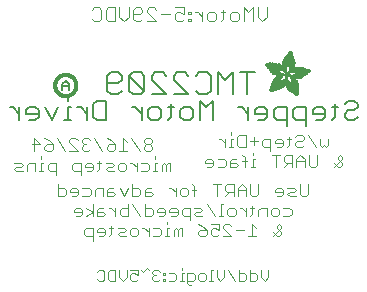
<source format=gbr>
G04 EAGLE Gerber RS-274X export*
G75*
%MOMM*%
%FSLAX34Y34*%
%LPD*%
%INSilkscreen Bottom*%
%IPPOS*%
%AMOC8*
5,1,8,0,0,1.08239X$1,22.5*%
G01*
%ADD10C,0.152400*%
%ADD11C,0.101600*%
%ADD12C,0.076200*%
%ADD13R,0.006300X0.050800*%
%ADD14R,0.006400X0.082600*%
%ADD15R,0.006300X0.120600*%
%ADD16R,0.006400X0.139700*%
%ADD17R,0.006300X0.158800*%
%ADD18R,0.006400X0.177800*%
%ADD19R,0.006300X0.196800*%
%ADD20R,0.006400X0.215900*%
%ADD21R,0.006300X0.228600*%
%ADD22R,0.006400X0.241300*%
%ADD23R,0.006300X0.254000*%
%ADD24R,0.006400X0.266700*%
%ADD25R,0.006300X0.279400*%
%ADD26R,0.006400X0.285700*%
%ADD27R,0.006300X0.298400*%
%ADD28R,0.006400X0.311200*%
%ADD29R,0.006300X0.317500*%
%ADD30R,0.006400X0.330200*%
%ADD31R,0.006300X0.336600*%
%ADD32R,0.006400X0.349200*%
%ADD33R,0.006300X0.361900*%
%ADD34R,0.006400X0.368300*%
%ADD35R,0.006300X0.381000*%
%ADD36R,0.006400X0.387300*%
%ADD37R,0.006300X0.393700*%
%ADD38R,0.006400X0.406400*%
%ADD39R,0.006300X0.412700*%
%ADD40R,0.006400X0.419100*%
%ADD41R,0.006300X0.431800*%
%ADD42R,0.006400X0.438100*%
%ADD43R,0.006300X0.450800*%
%ADD44R,0.006400X0.457200*%
%ADD45R,0.006300X0.463500*%
%ADD46R,0.006400X0.476200*%
%ADD47R,0.006300X0.482600*%
%ADD48R,0.006400X0.488900*%
%ADD49R,0.006300X0.501600*%
%ADD50R,0.006400X0.508000*%
%ADD51R,0.006300X0.514300*%
%ADD52R,0.006400X0.527000*%
%ADD53R,0.006300X0.533400*%
%ADD54R,0.006400X0.546100*%
%ADD55R,0.006300X0.552400*%
%ADD56R,0.006400X0.558800*%
%ADD57R,0.006300X0.571500*%
%ADD58R,0.006400X0.577800*%
%ADD59R,0.006300X0.584200*%
%ADD60R,0.006400X0.596900*%
%ADD61R,0.006300X0.603200*%
%ADD62R,0.006400X0.609600*%
%ADD63R,0.006300X0.622300*%
%ADD64R,0.006400X0.628600*%
%ADD65R,0.006300X0.641300*%
%ADD66R,0.006400X0.647700*%
%ADD67R,0.006300X0.063500*%
%ADD68R,0.006300X0.654000*%
%ADD69R,0.006400X0.101600*%
%ADD70R,0.006400X0.666700*%
%ADD71R,0.006300X0.139700*%
%ADD72R,0.006300X0.673100*%
%ADD73R,0.006400X0.165100*%
%ADD74R,0.006400X0.679400*%
%ADD75R,0.006300X0.196900*%
%ADD76R,0.006300X0.692100*%
%ADD77R,0.006400X0.222200*%
%ADD78R,0.006400X0.698500*%
%ADD79R,0.006300X0.247700*%
%ADD80R,0.006300X0.704800*%
%ADD81R,0.006400X0.279400*%
%ADD82R,0.006400X0.717500*%
%ADD83R,0.006300X0.298500*%
%ADD84R,0.006300X0.723900*%
%ADD85R,0.006400X0.736600*%
%ADD86R,0.006300X0.342900*%
%ADD87R,0.006300X0.742900*%
%ADD88R,0.006400X0.374700*%
%ADD89R,0.006400X0.749300*%
%ADD90R,0.006300X0.762000*%
%ADD91R,0.006400X0.412700*%
%ADD92R,0.006400X0.768300*%
%ADD93R,0.006300X0.438100*%
%ADD94R,0.006300X0.774700*%
%ADD95R,0.006400X0.463600*%
%ADD96R,0.006400X0.787400*%
%ADD97R,0.006300X0.793700*%
%ADD98R,0.006400X0.495300*%
%ADD99R,0.006400X0.800100*%
%ADD100R,0.006300X0.520700*%
%ADD101R,0.006300X0.812800*%
%ADD102R,0.006400X0.533400*%
%ADD103R,0.006400X0.819100*%
%ADD104R,0.006300X0.558800*%
%ADD105R,0.006300X0.825500*%
%ADD106R,0.006400X0.577900*%
%ADD107R,0.006400X0.831800*%
%ADD108R,0.006300X0.596900*%
%ADD109R,0.006300X0.844500*%
%ADD110R,0.006400X0.616000*%
%ADD111R,0.006400X0.850900*%
%ADD112R,0.006300X0.635000*%
%ADD113R,0.006300X0.857200*%
%ADD114R,0.006400X0.654100*%
%ADD115R,0.006400X0.863600*%
%ADD116R,0.006300X0.666700*%
%ADD117R,0.006300X0.869900*%
%ADD118R,0.006400X0.685800*%
%ADD119R,0.006400X0.876300*%
%ADD120R,0.006300X0.882600*%
%ADD121R,0.006400X0.723900*%
%ADD122R,0.006400X0.889000*%
%ADD123R,0.006300X0.895300*%
%ADD124R,0.006400X0.755700*%
%ADD125R,0.006400X0.901700*%
%ADD126R,0.006300X0.908000*%
%ADD127R,0.006400X0.793800*%
%ADD128R,0.006400X0.914400*%
%ADD129R,0.006300X0.806400*%
%ADD130R,0.006300X0.920700*%
%ADD131R,0.006400X0.825500*%
%ADD132R,0.006400X0.927100*%
%ADD133R,0.006300X0.933400*%
%ADD134R,0.006400X0.857300*%
%ADD135R,0.006400X0.939800*%
%ADD136R,0.006300X0.870000*%
%ADD137R,0.006300X0.939800*%
%ADD138R,0.006400X0.946100*%
%ADD139R,0.006300X0.952500*%
%ADD140R,0.006400X0.908000*%
%ADD141R,0.006400X0.958800*%
%ADD142R,0.006300X0.965200*%
%ADD143R,0.006400X0.965200*%
%ADD144R,0.006300X0.971500*%
%ADD145R,0.006400X0.952500*%
%ADD146R,0.006400X0.977900*%
%ADD147R,0.006300X0.958800*%
%ADD148R,0.006300X0.984200*%
%ADD149R,0.006400X0.971500*%
%ADD150R,0.006400X0.984200*%
%ADD151R,0.006300X0.990600*%
%ADD152R,0.006400X0.984300*%
%ADD153R,0.006400X0.996900*%
%ADD154R,0.006300X0.997000*%
%ADD155R,0.006300X0.996900*%
%ADD156R,0.006400X1.003300*%
%ADD157R,0.006300X1.016000*%
%ADD158R,0.006300X1.009600*%
%ADD159R,0.006400X1.016000*%
%ADD160R,0.006400X1.009600*%
%ADD161R,0.006300X1.022300*%
%ADD162R,0.006400X1.028700*%
%ADD163R,0.006300X1.035100*%
%ADD164R,0.006400X1.047800*%
%ADD165R,0.006300X1.054100*%
%ADD166R,0.006300X1.028700*%
%ADD167R,0.006400X1.054100*%
%ADD168R,0.006400X1.035000*%
%ADD169R,0.006300X1.060400*%
%ADD170R,0.006300X1.035000*%
%ADD171R,0.006400X1.060500*%
%ADD172R,0.006400X1.041400*%
%ADD173R,0.006300X1.066800*%
%ADD174R,0.006300X1.041400*%
%ADD175R,0.006400X1.079500*%
%ADD176R,0.006400X1.047700*%
%ADD177R,0.006300X1.085900*%
%ADD178R,0.006300X1.047700*%
%ADD179R,0.006400X1.085800*%
%ADD180R,0.006300X1.092200*%
%ADD181R,0.006400X1.085900*%
%ADD182R,0.006300X1.098600*%
%ADD183R,0.006400X1.098600*%
%ADD184R,0.006400X1.060400*%
%ADD185R,0.006300X1.104900*%
%ADD186R,0.006400X1.104900*%
%ADD187R,0.006400X1.066800*%
%ADD188R,0.006300X1.111200*%
%ADD189R,0.006400X1.117600*%
%ADD190R,0.006300X1.117600*%
%ADD191R,0.006300X1.073100*%
%ADD192R,0.006400X1.073100*%
%ADD193R,0.006300X1.124000*%
%ADD194R,0.006300X1.079500*%
%ADD195R,0.006400X1.123900*%
%ADD196R,0.006300X1.130300*%
%ADD197R,0.006400X1.130300*%
%ADD198R,0.006400X1.136700*%
%ADD199R,0.006300X1.136700*%
%ADD200R,0.006300X1.085800*%
%ADD201R,0.006400X1.136600*%
%ADD202R,0.006300X1.136600*%
%ADD203R,0.006400X1.143000*%
%ADD204R,0.006300X1.143000*%
%ADD205R,0.006300X1.149400*%
%ADD206R,0.006300X1.149300*%
%ADD207R,0.006400X1.149300*%
%ADD208R,0.006400X1.149400*%
%ADD209R,0.006400X1.155700*%
%ADD210R,0.006300X1.155700*%
%ADD211R,0.006300X1.060500*%
%ADD212R,0.006400X2.197100*%
%ADD213R,0.006300X2.197100*%
%ADD214R,0.006300X2.184400*%
%ADD215R,0.006400X2.184400*%
%ADD216R,0.006400X2.171700*%
%ADD217R,0.006300X2.171700*%
%ADD218R,0.006400X1.530300*%
%ADD219R,0.006300X1.505000*%
%ADD220R,0.006400X1.492300*%
%ADD221R,0.006300X1.485900*%
%ADD222R,0.006300X0.565200*%
%ADD223R,0.006400X1.473200*%
%ADD224R,0.006400X0.565200*%
%ADD225R,0.006300X1.460500*%
%ADD226R,0.006400X1.454100*%
%ADD227R,0.006400X0.552400*%
%ADD228R,0.006300X1.441500*%
%ADD229R,0.006300X0.546100*%
%ADD230R,0.006400X1.435100*%
%ADD231R,0.006400X0.539800*%
%ADD232R,0.006300X1.428800*%
%ADD233R,0.006400X1.422400*%
%ADD234R,0.006300X1.409700*%
%ADD235R,0.006300X0.527100*%
%ADD236R,0.006400X1.403300*%
%ADD237R,0.006400X0.527100*%
%ADD238R,0.006300X1.390700*%
%ADD239R,0.006400X1.384300*%
%ADD240R,0.006400X0.520700*%
%ADD241R,0.006300X1.384300*%
%ADD242R,0.006300X0.514400*%
%ADD243R,0.006400X1.371600*%
%ADD244R,0.006300X1.365200*%
%ADD245R,0.006300X0.508000*%
%ADD246R,0.006400X1.352600*%
%ADD247R,0.006400X0.501700*%
%ADD248R,0.006300X0.711200*%
%ADD249R,0.006300X0.603300*%
%ADD250R,0.006300X0.501700*%
%ADD251R,0.006400X0.692100*%
%ADD252R,0.006400X0.571500*%
%ADD253R,0.006300X0.679400*%
%ADD254R,0.006300X0.495300*%
%ADD255R,0.006400X0.673100*%
%ADD256R,0.006300X0.666800*%
%ADD257R,0.006300X0.488900*%
%ADD258R,0.006400X0.660400*%
%ADD259R,0.006400X0.482600*%
%ADD260R,0.006300X0.476200*%
%ADD261R,0.006400X0.654000*%
%ADD262R,0.006400X0.469900*%
%ADD263R,0.006400X0.476300*%
%ADD264R,0.006300X0.647700*%
%ADD265R,0.006300X0.457200*%
%ADD266R,0.006300X0.469900*%
%ADD267R,0.006400X0.641300*%
%ADD268R,0.006400X0.444500*%
%ADD269R,0.006300X0.463600*%
%ADD270R,0.006400X0.635000*%
%ADD271R,0.006400X0.463500*%
%ADD272R,0.006400X0.393700*%
%ADD273R,0.006400X0.450800*%
%ADD274R,0.006300X0.628600*%
%ADD275R,0.006300X0.387400*%
%ADD276R,0.006300X0.450900*%
%ADD277R,0.006400X0.628700*%
%ADD278R,0.006400X0.374600*%
%ADD279R,0.006300X0.368300*%
%ADD280R,0.006300X0.438200*%
%ADD281R,0.006400X0.622300*%
%ADD282R,0.006400X0.355600*%
%ADD283R,0.006400X0.431800*%
%ADD284R,0.006300X0.349300*%
%ADD285R,0.006300X0.425400*%
%ADD286R,0.006300X0.615900*%
%ADD287R,0.006300X0.330200*%
%ADD288R,0.006300X0.419100*%
%ADD289R,0.006300X0.616000*%
%ADD290R,0.006300X0.311200*%
%ADD291R,0.006300X0.406400*%
%ADD292R,0.006400X0.615900*%
%ADD293R,0.006400X0.304800*%
%ADD294R,0.006400X0.158800*%
%ADD295R,0.006300X0.609600*%
%ADD296R,0.006300X0.292100*%
%ADD297R,0.006300X0.235000*%
%ADD298R,0.006400X0.387400*%
%ADD299R,0.006400X0.292100*%
%ADD300R,0.006300X0.336500*%
%ADD301R,0.006300X0.260400*%
%ADD302R,0.006400X0.603300*%
%ADD303R,0.006400X0.260400*%
%ADD304R,0.006400X0.362000*%
%ADD305R,0.006400X0.450900*%
%ADD306R,0.006300X0.355600*%
%ADD307R,0.006400X0.342900*%
%ADD308R,0.006400X0.514300*%
%ADD309R,0.006300X0.234900*%
%ADD310R,0.006300X0.539700*%
%ADD311R,0.006400X0.603200*%
%ADD312R,0.006400X0.234900*%
%ADD313R,0.006400X0.920700*%
%ADD314R,0.006400X0.958900*%
%ADD315R,0.006300X0.215900*%
%ADD316R,0.006400X0.209600*%
%ADD317R,0.006300X0.203200*%
%ADD318R,0.006300X1.003300*%
%ADD319R,0.006400X0.203200*%
%ADD320R,0.006400X0.196900*%
%ADD321R,0.006300X0.190500*%
%ADD322R,0.006400X0.190500*%
%ADD323R,0.006300X0.184200*%
%ADD324R,0.006400X0.590500*%
%ADD325R,0.006400X0.184200*%
%ADD326R,0.006300X0.590500*%
%ADD327R,0.006300X0.177800*%
%ADD328R,0.006400X0.584200*%
%ADD329R,0.006400X1.168400*%
%ADD330R,0.006300X0.171500*%
%ADD331R,0.006300X1.187500*%
%ADD332R,0.006400X1.200100*%
%ADD333R,0.006300X0.577800*%
%ADD334R,0.006300X1.212900*%
%ADD335R,0.006400X1.231900*%
%ADD336R,0.006300X1.250900*%
%ADD337R,0.006400X0.565100*%
%ADD338R,0.006400X0.184100*%
%ADD339R,0.006400X1.263700*%
%ADD340R,0.006300X0.565100*%
%ADD341R,0.006300X1.289100*%
%ADD342R,0.006400X1.314400*%
%ADD343R,0.006300X0.552500*%
%ADD344R,0.006300X1.568500*%
%ADD345R,0.006400X0.552500*%
%ADD346R,0.006400X1.581200*%
%ADD347R,0.006300X1.593800*%
%ADD348R,0.006400X1.606500*%
%ADD349R,0.006300X1.619300*%
%ADD350R,0.006400X0.514400*%
%ADD351R,0.006400X1.638300*%
%ADD352R,0.006300X1.657300*%
%ADD353R,0.006400X2.209800*%
%ADD354R,0.006300X2.425700*%
%ADD355R,0.006400X2.470100*%
%ADD356R,0.006300X2.501900*%
%ADD357R,0.006400X2.533700*%
%ADD358R,0.006300X2.559000*%
%ADD359R,0.006400X2.584500*%
%ADD360R,0.006300X2.609900*%
%ADD361R,0.006400X2.628900*%
%ADD362R,0.006300X2.660600*%
%ADD363R,0.006400X2.673400*%
%ADD364R,0.006300X1.422400*%
%ADD365R,0.006300X1.200200*%
%ADD366R,0.006300X1.365300*%
%ADD367R,0.006400X1.365300*%
%ADD368R,0.006300X1.352500*%
%ADD369R,0.006300X1.098500*%
%ADD370R,0.006400X1.358900*%
%ADD371R,0.006300X1.352600*%
%ADD372R,0.006300X1.358900*%
%ADD373R,0.006300X1.371600*%
%ADD374R,0.006400X1.377900*%
%ADD375R,0.006400X1.397000*%
%ADD376R,0.006300X1.403300*%
%ADD377R,0.006300X0.914400*%
%ADD378R,0.006300X0.876300*%
%ADD379R,0.006300X0.374600*%
%ADD380R,0.006400X1.073200*%
%ADD381R,0.006300X0.374700*%
%ADD382R,0.006400X0.844600*%
%ADD383R,0.006300X0.844600*%
%ADD384R,0.006400X0.831900*%
%ADD385R,0.006400X1.092200*%
%ADD386R,0.006300X0.400000*%
%ADD387R,0.006400X0.819200*%
%ADD388R,0.006400X1.111300*%
%ADD389R,0.006400X0.812800*%
%ADD390R,0.006300X0.800100*%
%ADD391R,0.006300X0.476300*%
%ADD392R,0.006300X1.181100*%
%ADD393R,0.006400X0.501600*%
%ADD394R,0.006400X1.193800*%
%ADD395R,0.006400X0.781000*%
%ADD396R,0.006400X1.238200*%
%ADD397R,0.006300X0.781100*%
%ADD398R,0.006300X1.257300*%
%ADD399R,0.006400X1.295400*%
%ADD400R,0.006300X1.333500*%
%ADD401R,0.006400X0.774700*%
%ADD402R,0.006400X1.866900*%
%ADD403R,0.006300X0.209600*%
%ADD404R,0.006300X1.866900*%
%ADD405R,0.006400X0.768400*%
%ADD406R,0.006400X0.209500*%
%ADD407R,0.006400X1.860600*%
%ADD408R,0.006400X0.762000*%
%ADD409R,0.006300X0.768400*%
%ADD410R,0.006300X1.860600*%
%ADD411R,0.006400X1.860500*%
%ADD412R,0.006300X0.222300*%
%ADD413R,0.006300X1.854200*%
%ADD414R,0.006400X0.235000*%
%ADD415R,0.006400X1.854200*%
%ADD416R,0.006300X0.768300*%
%ADD417R,0.006400X0.260300*%
%ADD418R,0.006400X1.847800*%
%ADD419R,0.006300X0.266700*%
%ADD420R,0.006300X1.847800*%
%ADD421R,0.006400X0.273100*%
%ADD422R,0.006400X1.841500*%
%ADD423R,0.006300X0.285800*%
%ADD424R,0.006300X1.841500*%
%ADD425R,0.006400X0.298500*%
%ADD426R,0.006400X1.835100*%
%ADD427R,0.006300X0.781000*%
%ADD428R,0.006300X0.304800*%
%ADD429R,0.006300X1.835100*%
%ADD430R,0.006400X0.317500*%
%ADD431R,0.006400X1.828800*%
%ADD432R,0.006300X0.787400*%
%ADD433R,0.006300X0.323800*%
%ADD434R,0.006300X1.828800*%
%ADD435R,0.006400X0.793700*%
%ADD436R,0.006400X1.822400*%
%ADD437R,0.006300X0.806500*%
%ADD438R,0.006300X1.822400*%
%ADD439R,0.006400X1.816100*%
%ADD440R,0.006300X0.819100*%
%ADD441R,0.006300X0.387300*%
%ADD442R,0.006300X1.816100*%
%ADD443R,0.006400X1.809800*%
%ADD444R,0.006300X1.803400*%
%ADD445R,0.006400X1.797000*%
%ADD446R,0.006300X0.901700*%
%ADD447R,0.006300X1.797000*%
%ADD448R,0.006400X1.441400*%
%ADD449R,0.006400X1.790700*%
%ADD450R,0.006300X1.447800*%
%ADD451R,0.006300X1.784300*%
%ADD452R,0.006400X1.447800*%
%ADD453R,0.006400X1.784300*%
%ADD454R,0.006300X1.454100*%
%ADD455R,0.006300X1.771700*%
%ADD456R,0.006400X1.460500*%
%ADD457R,0.006400X1.759000*%
%ADD458R,0.006300X1.466800*%
%ADD459R,0.006300X1.752600*%
%ADD460R,0.006400X1.466800*%
%ADD461R,0.006400X1.739900*%
%ADD462R,0.006300X1.473200*%
%ADD463R,0.006300X1.727200*%
%ADD464R,0.006400X1.479500*%
%ADD465R,0.006400X1.714500*%
%ADD466R,0.006300X1.695400*%
%ADD467R,0.006400X1.485900*%
%ADD468R,0.006400X1.682700*%
%ADD469R,0.006300X1.492200*%
%ADD470R,0.006300X1.663700*%
%ADD471R,0.006400X1.498600*%
%ADD472R,0.006400X1.644600*%
%ADD473R,0.006300X1.498600*%
%ADD474R,0.006300X1.619200*%
%ADD475R,0.006400X1.511300*%
%ADD476R,0.006400X1.600200*%
%ADD477R,0.006300X1.517700*%
%ADD478R,0.006300X1.574800*%
%ADD479R,0.006400X1.524000*%
%ADD480R,0.006400X1.555800*%
%ADD481R,0.006300X1.524000*%
%ADD482R,0.006300X1.536700*%
%ADD483R,0.006400X1.530400*%
%ADD484R,0.006400X1.517700*%
%ADD485R,0.006300X1.492300*%
%ADD486R,0.006400X1.549400*%
%ADD487R,0.006400X1.479600*%
%ADD488R,0.006300X1.549400*%
%ADD489R,0.006400X1.555700*%
%ADD490R,0.006300X1.562100*%
%ADD491R,0.006300X0.323900*%
%ADD492R,0.006400X1.568400*%
%ADD493R,0.006400X0.336600*%
%ADD494R,0.006300X1.587500*%
%ADD495R,0.006300X0.971600*%
%ADD496R,0.006400X0.349300*%
%ADD497R,0.006300X1.600200*%
%ADD498R,0.006300X0.920800*%
%ADD499R,0.006400X0.882700*%
%ADD500R,0.006300X1.612900*%
%ADD501R,0.006300X0.362000*%
%ADD502R,0.006400X1.625600*%
%ADD503R,0.006300X1.625600*%
%ADD504R,0.006300X1.644600*%
%ADD505R,0.006300X0.736600*%
%ADD506R,0.006400X0.717600*%
%ADD507R,0.006300X1.657400*%
%ADD508R,0.006300X0.679500*%
%ADD509R,0.006400X1.663700*%
%ADD510R,0.006400X0.400000*%
%ADD511R,0.006300X1.676400*%
%ADD512R,0.006400X1.676400*%
%ADD513R,0.006400X0.425500*%
%ADD514R,0.006400X1.352500*%
%ADD515R,0.006300X0.444500*%
%ADD516R,0.006400X0.361900*%
%ADD517R,0.006300X0.088900*%
%ADD518R,0.006300X1.009700*%
%ADD519R,0.006400X1.009700*%
%ADD520R,0.006400X1.022300*%
%ADD521R,0.006400X1.346200*%
%ADD522R,0.006300X1.346200*%
%ADD523R,0.006400X1.339900*%
%ADD524R,0.006400X1.035100*%
%ADD525R,0.006300X1.339800*%
%ADD526R,0.006400X1.333500*%
%ADD527R,0.006400X1.327200*%
%ADD528R,0.006300X1.320800*%
%ADD529R,0.006400X1.314500*%
%ADD530R,0.006300X1.314400*%
%ADD531R,0.006400X1.301700*%
%ADD532R,0.006300X1.295400*%
%ADD533R,0.006400X1.289000*%
%ADD534R,0.006300X1.276300*%
%ADD535R,0.006300X1.251000*%
%ADD536R,0.006400X1.244600*%
%ADD537R,0.006300X1.231900*%
%ADD538R,0.006400X1.212800*%
%ADD539R,0.006300X1.200100*%
%ADD540R,0.006400X1.187400*%
%ADD541R,0.006300X1.168400*%
%ADD542R,0.006300X1.047800*%
%ADD543R,0.006300X0.977900*%
%ADD544R,0.006400X0.946200*%
%ADD545R,0.006400X0.933400*%
%ADD546R,0.006400X0.895300*%
%ADD547R,0.006300X0.882700*%
%ADD548R,0.006300X0.863600*%
%ADD549R,0.006400X0.857200*%
%ADD550R,0.006300X0.850900*%
%ADD551R,0.006300X0.838200*%
%ADD552R,0.006400X0.806500*%
%ADD553R,0.006300X0.717600*%
%ADD554R,0.006400X0.711200*%
%ADD555R,0.006400X0.641400*%
%ADD556R,0.006300X0.641400*%
%ADD557R,0.006300X0.628700*%
%ADD558R,0.006300X0.590600*%
%ADD559R,0.006400X0.539700*%
%ADD560R,0.006300X0.285700*%
%ADD561R,0.006300X0.222200*%
%ADD562R,0.006300X0.171400*%
%ADD563R,0.006400X0.152400*%
%ADD564R,0.006300X0.133400*%
%ADD565C,0.304800*%
%ADD566C,0.203200*%


D10*
X191804Y162687D02*
X191804Y181499D01*
X198074Y181499D02*
X185533Y181499D01*
X179364Y181499D02*
X179364Y162687D01*
X173093Y175228D02*
X179364Y181499D01*
X173093Y175228D02*
X166823Y181499D01*
X166823Y162687D01*
X148112Y178364D02*
X151248Y181499D01*
X157518Y181499D01*
X160654Y178364D01*
X160654Y165822D01*
X157518Y162687D01*
X151248Y162687D01*
X148112Y165822D01*
X141943Y162687D02*
X129402Y162687D01*
X141943Y162687D02*
X129402Y175228D01*
X129402Y178364D01*
X132537Y181499D01*
X138808Y181499D01*
X141943Y178364D01*
X123233Y162687D02*
X110691Y162687D01*
X110691Y175228D02*
X123233Y162687D01*
X110691Y175228D02*
X110691Y178364D01*
X113827Y181499D01*
X120098Y181499D01*
X123233Y178364D01*
X104522Y178364D02*
X104522Y165822D01*
X104522Y178364D02*
X101387Y181499D01*
X95116Y181499D01*
X91981Y178364D01*
X91981Y165822D01*
X95116Y162687D01*
X101387Y162687D01*
X104522Y165822D01*
X91981Y178364D01*
X85812Y165822D02*
X82677Y162687D01*
X76406Y162687D01*
X73271Y165822D01*
X73271Y178364D01*
X76406Y181499D01*
X82677Y181499D01*
X85812Y178364D01*
X85812Y175228D01*
X82677Y172093D01*
X73271Y172093D01*
X274354Y154655D02*
X277066Y157367D01*
X282489Y157367D01*
X285201Y154655D01*
X285201Y151944D01*
X282489Y149232D01*
X277066Y149232D01*
X274354Y146520D01*
X274354Y143809D01*
X277066Y141097D01*
X282489Y141097D01*
X285201Y143809D01*
X266118Y143809D02*
X266118Y154655D01*
X266118Y143809D02*
X263406Y141097D01*
X263406Y151944D02*
X268829Y151944D01*
X255203Y141097D02*
X249780Y141097D01*
X255203Y141097D02*
X257915Y143809D01*
X257915Y149232D01*
X255203Y151944D01*
X249780Y151944D01*
X247068Y149232D01*
X247068Y146520D01*
X257915Y146520D01*
X241543Y151944D02*
X241543Y135674D01*
X241543Y151944D02*
X233408Y151944D01*
X230697Y149232D01*
X230697Y143809D01*
X233408Y141097D01*
X241543Y141097D01*
X225172Y135674D02*
X225172Y151944D01*
X217037Y151944D01*
X214325Y149232D01*
X214325Y143809D01*
X217037Y141097D01*
X225172Y141097D01*
X206089Y141097D02*
X200665Y141097D01*
X206089Y141097D02*
X208800Y143809D01*
X208800Y149232D01*
X206089Y151944D01*
X200665Y151944D01*
X197954Y149232D01*
X197954Y146520D01*
X208800Y146520D01*
X192429Y141097D02*
X192429Y151944D01*
X192429Y146520D02*
X187005Y151944D01*
X184294Y151944D01*
X162414Y157367D02*
X162414Y141097D01*
X156991Y151944D02*
X162414Y157367D01*
X156991Y151944D02*
X151568Y157367D01*
X151568Y141097D01*
X143331Y141097D02*
X137908Y141097D01*
X135196Y143809D01*
X135196Y149232D01*
X137908Y151944D01*
X143331Y151944D01*
X146043Y149232D01*
X146043Y143809D01*
X143331Y141097D01*
X126959Y143809D02*
X126959Y154655D01*
X126959Y143809D02*
X124248Y141097D01*
X124248Y151944D02*
X129671Y151944D01*
X116045Y141097D02*
X110622Y141097D01*
X107910Y143809D01*
X107910Y149232D01*
X110622Y151944D01*
X116045Y151944D01*
X118757Y149232D01*
X118757Y143809D01*
X116045Y141097D01*
X102385Y141097D02*
X102385Y151944D01*
X96962Y151944D02*
X102385Y146520D01*
X96962Y151944D02*
X94250Y151944D01*
X72371Y157367D02*
X72371Y141097D01*
X64236Y141097D01*
X61524Y143809D01*
X61524Y154655D01*
X64236Y157367D01*
X72371Y157367D01*
X55999Y151944D02*
X55999Y141097D01*
X55999Y146520D02*
X50576Y151944D01*
X47864Y151944D01*
X42356Y151944D02*
X39644Y151944D01*
X39644Y141097D01*
X36933Y141097D02*
X42356Y141097D01*
X39644Y157367D02*
X39644Y160079D01*
X31442Y151944D02*
X26018Y141097D01*
X20595Y151944D01*
X12359Y141097D02*
X6935Y141097D01*
X12359Y141097D02*
X15070Y143809D01*
X15070Y149232D01*
X12359Y151944D01*
X6935Y151944D01*
X4224Y149232D01*
X4224Y146520D01*
X15070Y146520D01*
X-1301Y141097D02*
X-1301Y151944D01*
X-1301Y146520D02*
X-6725Y151944D01*
X-9436Y151944D01*
D11*
X109433Y125548D02*
X111170Y123811D01*
X109433Y125548D02*
X105959Y125548D01*
X104221Y123811D01*
X104221Y122074D01*
X105959Y120337D01*
X104221Y118600D01*
X104221Y116863D01*
X105959Y115126D01*
X109433Y115126D01*
X111170Y116863D01*
X111170Y118600D01*
X109433Y120337D01*
X111170Y122074D01*
X111170Y123811D01*
X109433Y120337D02*
X105959Y120337D01*
X100645Y115126D02*
X93697Y125548D01*
X90121Y122074D02*
X86647Y125548D01*
X86647Y115126D01*
X90121Y115126D02*
X83172Y115126D01*
X76122Y123811D02*
X72648Y125548D01*
X76122Y123811D02*
X79596Y120337D01*
X79596Y116863D01*
X77859Y115126D01*
X74385Y115126D01*
X72648Y116863D01*
X72648Y118600D01*
X74385Y120337D01*
X79596Y120337D01*
X69072Y115126D02*
X62123Y125548D01*
X58547Y123811D02*
X56810Y125548D01*
X53336Y125548D01*
X51598Y123811D01*
X51598Y122074D01*
X53336Y120337D01*
X55073Y120337D01*
X53336Y120337D02*
X51598Y118600D01*
X51598Y116863D01*
X53336Y115126D01*
X56810Y115126D01*
X58547Y116863D01*
X48022Y115126D02*
X41074Y115126D01*
X48022Y115126D02*
X41074Y122074D01*
X41074Y123811D01*
X42811Y125548D01*
X46285Y125548D01*
X48022Y123811D01*
X37498Y115126D02*
X30549Y125548D01*
X23499Y123811D02*
X20025Y125548D01*
X23499Y123811D02*
X26973Y120337D01*
X26973Y116863D01*
X25236Y115126D01*
X21762Y115126D01*
X20025Y116863D01*
X20025Y118600D01*
X21762Y120337D01*
X26973Y120337D01*
X11237Y115126D02*
X11237Y125548D01*
X16449Y120337D01*
X9500Y120337D01*
X126080Y104929D02*
X126080Y97981D01*
X126080Y104929D02*
X124343Y104929D01*
X122606Y103192D01*
X122606Y97981D01*
X122606Y103192D02*
X120868Y104929D01*
X119131Y103192D01*
X119131Y97981D01*
X115555Y104929D02*
X113818Y104929D01*
X113818Y97981D01*
X115555Y97981D02*
X112081Y97981D01*
X113818Y108403D02*
X113818Y110141D01*
X106802Y104929D02*
X101590Y104929D01*
X106802Y104929D02*
X108539Y103192D01*
X108539Y99718D01*
X106802Y97981D01*
X101590Y97981D01*
X98014Y97981D02*
X98014Y104929D01*
X98014Y101455D02*
X94540Y104929D01*
X92803Y104929D01*
X87507Y97981D02*
X84032Y97981D01*
X82295Y99718D01*
X82295Y103192D01*
X84032Y104929D01*
X87507Y104929D01*
X89244Y103192D01*
X89244Y99718D01*
X87507Y97981D01*
X78719Y97981D02*
X73508Y97981D01*
X71771Y99718D01*
X73508Y101455D01*
X76982Y101455D01*
X78719Y103192D01*
X76982Y104929D01*
X71771Y104929D01*
X66457Y106666D02*
X66457Y99718D01*
X64720Y97981D01*
X64720Y104929D02*
X68195Y104929D01*
X59441Y97981D02*
X55967Y97981D01*
X59441Y97981D02*
X61178Y99718D01*
X61178Y103192D01*
X59441Y104929D01*
X55967Y104929D01*
X54230Y103192D01*
X54230Y101455D01*
X61178Y101455D01*
X50654Y104929D02*
X50654Y94506D01*
X50654Y104929D02*
X45442Y104929D01*
X43705Y103192D01*
X43705Y99718D01*
X45442Y97981D01*
X50654Y97981D01*
X29604Y94506D02*
X29604Y104929D01*
X24393Y104929D01*
X22656Y103192D01*
X22656Y99718D01*
X24393Y97981D01*
X29604Y97981D01*
X19080Y104929D02*
X17343Y104929D01*
X17343Y97981D01*
X19080Y97981D02*
X15606Y97981D01*
X17343Y108403D02*
X17343Y110141D01*
X12063Y104929D02*
X12063Y97981D01*
X12063Y104929D02*
X6852Y104929D01*
X5115Y103192D01*
X5115Y97981D01*
X1539Y97981D02*
X-3673Y97981D01*
X-5410Y99718D01*
X-3673Y101455D01*
X-198Y101455D01*
X1539Y103192D01*
X-198Y104929D01*
X-5410Y104929D01*
X260455Y120038D02*
X260455Y125249D01*
X260455Y120038D02*
X258718Y118301D01*
X256980Y120038D01*
X255243Y118301D01*
X253506Y120038D01*
X253506Y125249D01*
X249930Y118301D02*
X242982Y128723D01*
X234194Y128723D02*
X232457Y126986D01*
X234194Y128723D02*
X237668Y128723D01*
X239406Y126986D01*
X239406Y125249D01*
X237668Y123512D01*
X234194Y123512D01*
X232457Y121775D01*
X232457Y120038D01*
X234194Y118301D01*
X237668Y118301D01*
X239406Y120038D01*
X227144Y120038D02*
X227144Y126986D01*
X227144Y120038D02*
X225407Y118301D01*
X225407Y125249D02*
X228881Y125249D01*
X220127Y118301D02*
X216653Y118301D01*
X220127Y118301D02*
X221865Y120038D01*
X221865Y123512D01*
X220127Y125249D01*
X216653Y125249D01*
X214916Y123512D01*
X214916Y121775D01*
X221865Y121775D01*
X211340Y125249D02*
X211340Y114826D01*
X211340Y125249D02*
X206129Y125249D01*
X204391Y123512D01*
X204391Y120038D01*
X206129Y118301D01*
X211340Y118301D01*
X200815Y123512D02*
X193867Y123512D01*
X197341Y126986D02*
X197341Y120038D01*
X190291Y118301D02*
X190291Y128723D01*
X190291Y118301D02*
X185079Y118301D01*
X183342Y120038D01*
X183342Y126986D01*
X185079Y128723D01*
X190291Y128723D01*
X179766Y125249D02*
X178029Y125249D01*
X178029Y118301D01*
X179766Y118301D02*
X176292Y118301D01*
X178029Y128723D02*
X178029Y130461D01*
X172750Y125249D02*
X172750Y118301D01*
X172750Y121775D02*
X169276Y125249D01*
X167538Y125249D01*
X264908Y104630D02*
X268382Y101156D01*
X270119Y101156D01*
X271856Y102893D01*
X271856Y104630D01*
X268382Y108104D01*
X268382Y109841D01*
X270119Y111578D01*
X271856Y109841D01*
X271856Y108104D01*
X264908Y101156D01*
X250807Y102893D02*
X250807Y111578D01*
X250807Y102893D02*
X249070Y101156D01*
X245596Y101156D01*
X243859Y102893D01*
X243859Y111578D01*
X240283Y108104D02*
X240283Y101156D01*
X240283Y108104D02*
X236808Y111578D01*
X233334Y108104D01*
X233334Y101156D01*
X233334Y106367D02*
X240283Y106367D01*
X229758Y101156D02*
X229758Y111578D01*
X224547Y111578D01*
X222809Y109841D01*
X222809Y106367D01*
X224547Y104630D01*
X229758Y104630D01*
X226284Y104630D02*
X222809Y101156D01*
X215759Y101156D02*
X215759Y111578D01*
X219233Y111578D02*
X212285Y111578D01*
X198184Y108104D02*
X196447Y108104D01*
X196447Y101156D01*
X198184Y101156D02*
X194710Y101156D01*
X196447Y111578D02*
X196447Y113316D01*
X189431Y109841D02*
X189431Y101156D01*
X189431Y109841D02*
X187694Y111578D01*
X187694Y106367D02*
X191168Y106367D01*
X182414Y108104D02*
X178940Y108104D01*
X177203Y106367D01*
X177203Y101156D01*
X182414Y101156D01*
X184151Y102893D01*
X182414Y104630D01*
X177203Y104630D01*
X171890Y108104D02*
X166678Y108104D01*
X171890Y108104D02*
X173627Y106367D01*
X173627Y102893D01*
X171890Y101156D01*
X166678Y101156D01*
X161365Y101156D02*
X157891Y101156D01*
X161365Y101156D02*
X163102Y102893D01*
X163102Y106367D01*
X161365Y108104D01*
X157891Y108104D01*
X156154Y106367D01*
X156154Y104630D01*
X163102Y104630D01*
X243259Y87131D02*
X243259Y78445D01*
X241522Y76708D01*
X238048Y76708D01*
X236311Y78445D01*
X236311Y87131D01*
X232735Y76708D02*
X227523Y76708D01*
X225786Y78445D01*
X227523Y80182D01*
X230997Y80182D01*
X232735Y81919D01*
X230997Y83657D01*
X225786Y83657D01*
X220473Y76708D02*
X216998Y76708D01*
X220473Y76708D02*
X222210Y78445D01*
X222210Y81919D01*
X220473Y83657D01*
X216998Y83657D01*
X215261Y81919D01*
X215261Y80182D01*
X222210Y80182D01*
X201161Y78445D02*
X201161Y87131D01*
X201161Y78445D02*
X199424Y76708D01*
X195949Y76708D01*
X194212Y78445D01*
X194212Y87131D01*
X190636Y83657D02*
X190636Y76708D01*
X190636Y83657D02*
X187162Y87131D01*
X183688Y83657D01*
X183688Y76708D01*
X183688Y81919D02*
X190636Y81919D01*
X180112Y76708D02*
X180112Y87131D01*
X174900Y87131D01*
X173163Y85394D01*
X173163Y81919D01*
X174900Y80182D01*
X180112Y80182D01*
X176637Y80182D02*
X173163Y76708D01*
X166113Y76708D02*
X166113Y87131D01*
X169587Y87131D02*
X162638Y87131D01*
X146801Y85394D02*
X146801Y76708D01*
X146801Y85394D02*
X145063Y87131D01*
X145063Y81919D02*
X148538Y81919D01*
X139784Y76708D02*
X136310Y76708D01*
X134573Y78445D01*
X134573Y81919D01*
X136310Y83657D01*
X139784Y83657D01*
X141521Y81919D01*
X141521Y78445D01*
X139784Y76708D01*
X130997Y76708D02*
X130997Y83657D01*
X127523Y83657D02*
X130997Y80182D01*
X127523Y83657D02*
X125785Y83657D01*
X109965Y83657D02*
X106490Y83657D01*
X104753Y81919D01*
X104753Y76708D01*
X109965Y76708D01*
X111702Y78445D01*
X109965Y80182D01*
X104753Y80182D01*
X94229Y76708D02*
X94229Y87131D01*
X94229Y76708D02*
X99440Y76708D01*
X101177Y78445D01*
X101177Y81919D01*
X99440Y83657D01*
X94229Y83657D01*
X90653Y83657D02*
X87178Y76708D01*
X83704Y83657D01*
X78391Y83657D02*
X74917Y83657D01*
X73179Y81919D01*
X73179Y76708D01*
X78391Y76708D01*
X80128Y78445D01*
X78391Y80182D01*
X73179Y80182D01*
X69603Y76708D02*
X69603Y83657D01*
X64392Y83657D01*
X62655Y81919D01*
X62655Y76708D01*
X57342Y83657D02*
X52130Y83657D01*
X57342Y83657D02*
X59079Y81919D01*
X59079Y78445D01*
X57342Y76708D01*
X52130Y76708D01*
X46817Y76708D02*
X43343Y76708D01*
X46817Y76708D02*
X48554Y78445D01*
X48554Y81919D01*
X46817Y83657D01*
X43343Y83657D01*
X41606Y81919D01*
X41606Y80182D01*
X48554Y80182D01*
X31081Y76708D02*
X31081Y87131D01*
X31081Y76708D02*
X36292Y76708D01*
X38030Y78445D01*
X38030Y81919D01*
X36292Y83657D01*
X31081Y83657D01*
X222278Y66512D02*
X227489Y66512D01*
X229226Y64774D01*
X229226Y61300D01*
X227489Y59563D01*
X222278Y59563D01*
X216965Y59563D02*
X213490Y59563D01*
X211753Y61300D01*
X211753Y64774D01*
X213490Y66512D01*
X216965Y66512D01*
X218702Y64774D01*
X218702Y61300D01*
X216965Y59563D01*
X208177Y59563D02*
X208177Y66512D01*
X202966Y66512D01*
X201229Y64774D01*
X201229Y59563D01*
X195915Y61300D02*
X195915Y68249D01*
X195915Y61300D02*
X194178Y59563D01*
X194178Y66512D02*
X197653Y66512D01*
X190636Y66512D02*
X190636Y59563D01*
X190636Y63037D02*
X187162Y66512D01*
X185425Y66512D01*
X180129Y59563D02*
X176654Y59563D01*
X174917Y61300D01*
X174917Y64774D01*
X176654Y66512D01*
X180129Y66512D01*
X181866Y64774D01*
X181866Y61300D01*
X180129Y59563D01*
X171341Y69986D02*
X169604Y69986D01*
X169604Y59563D01*
X171341Y59563D02*
X167867Y59563D01*
X164325Y59563D02*
X157376Y69986D01*
X153800Y59563D02*
X148589Y59563D01*
X146852Y61300D01*
X148589Y63037D01*
X152063Y63037D01*
X153800Y64774D01*
X152063Y66512D01*
X146852Y66512D01*
X143276Y66512D02*
X143276Y56089D01*
X143276Y66512D02*
X138064Y66512D01*
X136327Y64774D01*
X136327Y61300D01*
X138064Y59563D01*
X143276Y59563D01*
X131014Y59563D02*
X127540Y59563D01*
X131014Y59563D02*
X132751Y61300D01*
X132751Y64774D01*
X131014Y66512D01*
X127540Y66512D01*
X125802Y64774D01*
X125802Y63037D01*
X132751Y63037D01*
X120489Y59563D02*
X117015Y59563D01*
X120489Y59563D02*
X122226Y61300D01*
X122226Y64774D01*
X120489Y66512D01*
X117015Y66512D01*
X115278Y64774D01*
X115278Y63037D01*
X122226Y63037D01*
X104753Y59563D02*
X104753Y69986D01*
X104753Y59563D02*
X109965Y59563D01*
X111702Y61300D01*
X111702Y64774D01*
X109965Y66512D01*
X104753Y66512D01*
X101177Y59563D02*
X94229Y69986D01*
X90653Y69986D02*
X90653Y59563D01*
X85441Y59563D01*
X83704Y61300D01*
X83704Y64774D01*
X85441Y66512D01*
X90653Y66512D01*
X80128Y66512D02*
X80128Y59563D01*
X80128Y63037D02*
X76654Y66512D01*
X74917Y66512D01*
X69620Y66512D02*
X66146Y66512D01*
X64409Y64774D01*
X64409Y59563D01*
X69620Y59563D01*
X71358Y61300D01*
X69620Y63037D01*
X64409Y63037D01*
X60833Y59563D02*
X60833Y69986D01*
X60833Y63037D02*
X55621Y59563D01*
X60833Y63037D02*
X55621Y66512D01*
X50325Y59563D02*
X46851Y59563D01*
X50325Y59563D02*
X52062Y61300D01*
X52062Y64774D01*
X50325Y66512D01*
X46851Y66512D01*
X45114Y64774D01*
X45114Y63037D01*
X52062Y63037D01*
X213507Y45892D02*
X216982Y42418D01*
X218719Y42418D01*
X220456Y44155D01*
X220456Y45892D01*
X216982Y49367D01*
X216982Y51104D01*
X218719Y52841D01*
X220456Y51104D01*
X220456Y49367D01*
X213507Y42418D01*
X199407Y49367D02*
X195932Y52841D01*
X195932Y42418D01*
X192458Y42418D02*
X199407Y42418D01*
X188882Y47629D02*
X181933Y47629D01*
X178357Y42418D02*
X171409Y42418D01*
X178357Y42418D02*
X171409Y49367D01*
X171409Y51104D01*
X173146Y52841D01*
X176620Y52841D01*
X178357Y51104D01*
X167833Y52841D02*
X160884Y52841D01*
X167833Y52841D02*
X167833Y47629D01*
X164359Y49367D01*
X162621Y49367D01*
X160884Y47629D01*
X160884Y44155D01*
X162621Y42418D01*
X166096Y42418D01*
X167833Y44155D01*
X153834Y51104D02*
X150360Y52841D01*
X153834Y51104D02*
X157308Y47629D01*
X157308Y44155D01*
X155571Y42418D01*
X152097Y42418D01*
X150360Y44155D01*
X150360Y45892D01*
X152097Y47629D01*
X157308Y47629D01*
X136259Y49367D02*
X136259Y42418D01*
X136259Y49367D02*
X134522Y49367D01*
X132785Y47629D01*
X132785Y42418D01*
X132785Y47629D02*
X131048Y49367D01*
X129310Y47629D01*
X129310Y42418D01*
X125734Y49367D02*
X123997Y49367D01*
X123997Y42418D01*
X125734Y42418D02*
X122260Y42418D01*
X123997Y52841D02*
X123997Y54578D01*
X116981Y49367D02*
X111770Y49367D01*
X116981Y49367D02*
X118718Y47629D01*
X118718Y44155D01*
X116981Y42418D01*
X111770Y42418D01*
X108194Y42418D02*
X108194Y49367D01*
X108194Y45892D02*
X104719Y49367D01*
X102982Y49367D01*
X97686Y42418D02*
X94212Y42418D01*
X92474Y44155D01*
X92474Y47629D01*
X94212Y49367D01*
X97686Y49367D01*
X99423Y47629D01*
X99423Y44155D01*
X97686Y42418D01*
X88898Y42418D02*
X83687Y42418D01*
X81950Y44155D01*
X83687Y45892D01*
X87161Y45892D01*
X88898Y47629D01*
X87161Y49367D01*
X81950Y49367D01*
X76637Y51104D02*
X76637Y44155D01*
X74900Y42418D01*
X74900Y49367D02*
X78374Y49367D01*
X69620Y42418D02*
X66146Y42418D01*
X69620Y42418D02*
X71357Y44155D01*
X71357Y47629D01*
X69620Y49367D01*
X66146Y49367D01*
X64409Y47629D01*
X64409Y45892D01*
X71357Y45892D01*
X60833Y49367D02*
X60833Y38944D01*
X60833Y49367D02*
X55621Y49367D01*
X53884Y47629D01*
X53884Y44155D01*
X55621Y42418D01*
X60833Y42418D01*
X208218Y228561D02*
X208218Y236357D01*
X208218Y228561D02*
X204320Y224663D01*
X200422Y228561D01*
X200422Y236357D01*
X196524Y236357D02*
X196524Y224663D01*
X192626Y232459D02*
X196524Y236357D01*
X192626Y232459D02*
X188728Y236357D01*
X188728Y224663D01*
X182881Y224663D02*
X178983Y224663D01*
X177034Y226612D01*
X177034Y230510D01*
X178983Y232459D01*
X182881Y232459D01*
X184830Y230510D01*
X184830Y226612D01*
X182881Y224663D01*
X171187Y226612D02*
X171187Y234408D01*
X171187Y226612D02*
X169238Y224663D01*
X169238Y232459D02*
X173136Y232459D01*
X163391Y224663D02*
X159493Y224663D01*
X157544Y226612D01*
X157544Y230510D01*
X159493Y232459D01*
X163391Y232459D01*
X165340Y230510D01*
X165340Y226612D01*
X163391Y224663D01*
X153646Y224663D02*
X153646Y232459D01*
X153646Y228561D02*
X149748Y232459D01*
X147799Y232459D01*
X143901Y232459D02*
X141952Y232459D01*
X141952Y230510D01*
X143901Y230510D01*
X143901Y232459D01*
X143901Y226612D02*
X141952Y226612D01*
X141952Y224663D01*
X143901Y224663D01*
X143901Y226612D01*
X138054Y236357D02*
X130258Y236357D01*
X138054Y236357D02*
X138054Y230510D01*
X134156Y232459D01*
X132207Y232459D01*
X130258Y230510D01*
X130258Y226612D01*
X132207Y224663D01*
X136105Y224663D01*
X138054Y226612D01*
X126360Y230510D02*
X118564Y230510D01*
X114666Y224663D02*
X106870Y224663D01*
X114666Y224663D02*
X106870Y232459D01*
X106870Y234408D01*
X108819Y236357D01*
X112717Y236357D01*
X114666Y234408D01*
X102972Y226612D02*
X101023Y224663D01*
X97125Y224663D01*
X95176Y226612D01*
X95176Y234408D01*
X97125Y236357D01*
X101023Y236357D01*
X102972Y234408D01*
X102972Y232459D01*
X101023Y230510D01*
X95176Y230510D01*
X91278Y228561D02*
X91278Y236357D01*
X91278Y228561D02*
X87380Y224663D01*
X83482Y228561D01*
X83482Y236357D01*
X79584Y236357D02*
X79584Y224663D01*
X73737Y224663D01*
X71788Y226612D01*
X71788Y234408D01*
X73737Y236357D01*
X79584Y236357D01*
X62043Y236357D02*
X60094Y234408D01*
X62043Y236357D02*
X65941Y236357D01*
X67890Y234408D01*
X67890Y226612D01*
X65941Y224663D01*
X62043Y224663D01*
X60094Y226612D01*
D12*
X209571Y14232D02*
X209571Y7961D01*
X206436Y4826D01*
X203300Y7961D01*
X203300Y14232D01*
X193945Y14232D02*
X193945Y4826D01*
X198648Y4826D01*
X200216Y6394D01*
X200216Y9529D01*
X198648Y11097D01*
X193945Y11097D01*
X184590Y14232D02*
X184590Y4826D01*
X189293Y4826D01*
X190861Y6394D01*
X190861Y9529D01*
X189293Y11097D01*
X184590Y11097D01*
X181505Y4826D02*
X175235Y14232D01*
X172150Y14232D02*
X172150Y7961D01*
X169015Y4826D01*
X165880Y7961D01*
X165880Y14232D01*
X162795Y14232D02*
X161227Y14232D01*
X161227Y4826D01*
X159660Y4826D02*
X162795Y4826D01*
X154991Y4826D02*
X151855Y4826D01*
X150288Y6394D01*
X150288Y9529D01*
X151855Y11097D01*
X154991Y11097D01*
X156558Y9529D01*
X156558Y6394D01*
X154991Y4826D01*
X144068Y1691D02*
X142500Y1691D01*
X140932Y3258D01*
X140932Y11097D01*
X145635Y11097D01*
X147203Y9529D01*
X147203Y6394D01*
X145635Y4826D01*
X140932Y4826D01*
X137848Y11097D02*
X136280Y11097D01*
X136280Y4826D01*
X134713Y4826D02*
X137848Y4826D01*
X136280Y14232D02*
X136280Y15800D01*
X130043Y11097D02*
X125340Y11097D01*
X130043Y11097D02*
X131611Y9529D01*
X131611Y6394D01*
X130043Y4826D01*
X125340Y4826D01*
X122256Y11097D02*
X120688Y11097D01*
X120688Y9529D01*
X122256Y9529D01*
X122256Y11097D01*
X122256Y6394D02*
X120688Y6394D01*
X120688Y4826D01*
X122256Y4826D01*
X122256Y6394D01*
X117578Y12664D02*
X116011Y14232D01*
X112875Y14232D01*
X111308Y12664D01*
X111308Y11097D01*
X112875Y9529D01*
X114443Y9529D01*
X112875Y9529D02*
X111308Y7961D01*
X111308Y6394D01*
X112875Y4826D01*
X116011Y4826D01*
X117578Y6394D01*
X108223Y14232D02*
X106655Y15800D01*
X103520Y12664D01*
X101952Y14232D01*
X98868Y14232D02*
X92597Y14232D01*
X98868Y14232D02*
X98868Y9529D01*
X95733Y11097D01*
X94165Y11097D01*
X92597Y9529D01*
X92597Y6394D01*
X94165Y4826D01*
X97300Y4826D01*
X98868Y6394D01*
X89513Y7961D02*
X89513Y14232D01*
X89513Y7961D02*
X86377Y4826D01*
X83242Y7961D01*
X83242Y14232D01*
X80158Y14232D02*
X80158Y4826D01*
X75455Y4826D01*
X73887Y6394D01*
X73887Y12664D01*
X75455Y14232D01*
X80158Y14232D01*
X66099Y14232D02*
X64532Y12664D01*
X66099Y14232D02*
X69235Y14232D01*
X70802Y12664D01*
X70802Y6394D01*
X69235Y4826D01*
X66099Y4826D01*
X64532Y6394D01*
D13*
X207836Y187928D03*
D14*
X207899Y187960D03*
D15*
X207963Y187960D03*
D16*
X208026Y187929D03*
D17*
X208090Y187960D03*
D18*
X208153Y187928D03*
D19*
X208217Y187960D03*
D20*
X208280Y187929D03*
D21*
X208344Y187928D03*
D22*
X208407Y187865D03*
D23*
X208471Y187865D03*
D24*
X208534Y187802D03*
D25*
X208598Y187801D03*
D26*
X208661Y187770D03*
D27*
X208725Y187706D03*
D28*
X208788Y187706D03*
D29*
X208852Y187675D03*
D30*
X208915Y187611D03*
D31*
X208979Y187579D03*
D32*
X209042Y187579D03*
D33*
X209106Y187516D03*
D34*
X209169Y187484D03*
D35*
X209233Y187420D03*
D36*
X209296Y187389D03*
D37*
X209360Y187357D03*
D38*
X209423Y187293D03*
D39*
X209487Y187262D03*
D40*
X209550Y187230D03*
D41*
X209614Y187166D03*
D42*
X209677Y187135D03*
D43*
X209741Y187071D03*
D44*
X209804Y187039D03*
D45*
X209868Y187008D03*
D46*
X209931Y186944D03*
D47*
X209995Y186912D03*
D48*
X210058Y186881D03*
D49*
X210122Y186817D03*
D50*
X210185Y186785D03*
D51*
X210249Y186754D03*
D52*
X210312Y186690D03*
D53*
X210376Y186658D03*
D54*
X210439Y186595D03*
D55*
X210503Y186563D03*
D56*
X210566Y186531D03*
D57*
X210630Y186468D03*
D58*
X210693Y186436D03*
D59*
X210757Y186404D03*
D60*
X210820Y186341D03*
D61*
X210884Y186309D03*
D62*
X210947Y186277D03*
D63*
X211011Y186214D03*
D64*
X211074Y186182D03*
D65*
X211138Y186119D03*
D66*
X211201Y186087D03*
D67*
X211265Y166275D03*
D68*
X211265Y186055D03*
D69*
X211328Y166275D03*
D70*
X211328Y185992D03*
D71*
X211392Y166339D03*
D72*
X211392Y185960D03*
D73*
X211455Y166402D03*
D74*
X211455Y185928D03*
D75*
X211519Y166434D03*
D76*
X211519Y185865D03*
D77*
X211582Y166497D03*
D78*
X211582Y185833D03*
D79*
X211646Y166561D03*
D80*
X211646Y185801D03*
D81*
X211709Y166656D03*
D82*
X211709Y185738D03*
D83*
X211773Y166688D03*
D84*
X211773Y185706D03*
D30*
X211836Y166783D03*
D85*
X211836Y185642D03*
D86*
X211900Y166847D03*
D87*
X211900Y185611D03*
D88*
X211963Y166942D03*
D89*
X211963Y185579D03*
D37*
X212027Y167037D03*
D90*
X212027Y185515D03*
D91*
X212090Y167069D03*
D92*
X212090Y185484D03*
D93*
X212154Y167196D03*
D94*
X212154Y185452D03*
D95*
X212217Y167259D03*
D96*
X212217Y185388D03*
D47*
X212281Y167354D03*
D97*
X212281Y185357D03*
D98*
X212344Y167418D03*
D99*
X212344Y185325D03*
D100*
X212408Y167545D03*
D101*
X212408Y185261D03*
D102*
X212471Y167608D03*
D103*
X212471Y185230D03*
D104*
X212535Y167735D03*
D105*
X212535Y185198D03*
D106*
X212598Y167831D03*
D107*
X212598Y185166D03*
D108*
X212662Y167926D03*
D109*
X212662Y185103D03*
D110*
X212725Y168021D03*
D111*
X212725Y185071D03*
D112*
X212789Y168116D03*
D113*
X212789Y185039D03*
D114*
X212852Y168212D03*
D115*
X212852Y185007D03*
D116*
X212916Y168339D03*
D117*
X212916Y184976D03*
D118*
X212979Y168434D03*
D119*
X212979Y184944D03*
D80*
X213043Y168529D03*
D120*
X213043Y184912D03*
D121*
X213106Y168625D03*
D122*
X213106Y184880D03*
D87*
X213170Y168720D03*
D123*
X213170Y184849D03*
D124*
X213233Y168847D03*
D125*
X213233Y184817D03*
D94*
X213297Y168942D03*
D126*
X213297Y184785D03*
D127*
X213360Y169037D03*
D128*
X213360Y184753D03*
D129*
X213424Y169164D03*
D130*
X213424Y184722D03*
D131*
X213487Y169260D03*
D132*
X213487Y184690D03*
D109*
X213551Y169355D03*
D133*
X213551Y184658D03*
D134*
X213614Y169482D03*
D135*
X213614Y184626D03*
D136*
X213678Y169545D03*
D137*
X213678Y184626D03*
D122*
X213741Y169640D03*
D138*
X213741Y184595D03*
D123*
X213805Y169736D03*
D139*
X213805Y184563D03*
D140*
X213868Y169799D03*
D141*
X213868Y184531D03*
D130*
X213932Y169863D03*
D142*
X213932Y184499D03*
D132*
X213995Y169958D03*
D143*
X213995Y184499D03*
D137*
X214059Y170021D03*
D144*
X214059Y184468D03*
D145*
X214122Y170085D03*
D146*
X214122Y184436D03*
D147*
X214186Y170180D03*
D148*
X214186Y184404D03*
D149*
X214249Y170244D03*
D150*
X214249Y184404D03*
D148*
X214313Y170307D03*
D151*
X214313Y184372D03*
D152*
X214376Y170371D03*
D153*
X214376Y184341D03*
D154*
X214440Y170434D03*
D155*
X214440Y184341D03*
D156*
X214503Y170466D03*
X214503Y184309D03*
D157*
X214567Y170529D03*
D158*
X214567Y184277D03*
D159*
X214630Y170593D03*
D160*
X214630Y184277D03*
D161*
X214694Y170625D03*
D157*
X214694Y184245D03*
D162*
X214757Y170720D03*
D159*
X214757Y184245D03*
D163*
X214821Y170752D03*
D161*
X214821Y184214D03*
D164*
X214884Y170815D03*
D162*
X214884Y184182D03*
D165*
X214948Y170847D03*
D166*
X214948Y184182D03*
D167*
X215011Y170911D03*
D168*
X215011Y184150D03*
D169*
X215075Y170942D03*
D170*
X215075Y184150D03*
D171*
X215138Y171006D03*
D172*
X215138Y184118D03*
D173*
X215202Y171037D03*
D174*
X215202Y184118D03*
D175*
X215265Y171101D03*
D176*
X215265Y184087D03*
D177*
X215329Y171133D03*
D178*
X215329Y184087D03*
D179*
X215392Y171196D03*
D167*
X215392Y184055D03*
D180*
X215456Y171228D03*
D165*
X215456Y184055D03*
D181*
X215519Y171260D03*
D167*
X215519Y184055D03*
D182*
X215583Y171323D03*
D169*
X215583Y184023D03*
D183*
X215646Y171323D03*
D184*
X215646Y184023D03*
D185*
X215710Y171355D03*
D173*
X215710Y183991D03*
D186*
X215773Y171419D03*
D187*
X215773Y183991D03*
D188*
X215837Y171450D03*
D173*
X215837Y183991D03*
D189*
X215900Y171482D03*
D187*
X215900Y183991D03*
D190*
X215964Y171545D03*
D191*
X215964Y183960D03*
D189*
X216027Y171545D03*
D192*
X216027Y183960D03*
D193*
X216091Y171577D03*
D194*
X216091Y183928D03*
D195*
X216154Y171641D03*
D175*
X216154Y183928D03*
D196*
X216218Y171673D03*
D194*
X216218Y183928D03*
D197*
X216281Y171673D03*
D175*
X216281Y183928D03*
D196*
X216345Y171736D03*
D194*
X216345Y183928D03*
D198*
X216408Y171768D03*
D179*
X216408Y183896D03*
D199*
X216472Y171768D03*
D200*
X216472Y183896D03*
D201*
X216535Y171831D03*
D175*
X216535Y183865D03*
D202*
X216599Y171831D03*
D194*
X216599Y183865D03*
D203*
X216662Y171863D03*
D181*
X216662Y183833D03*
D204*
X216726Y171926D03*
D177*
X216726Y183833D03*
D203*
X216789Y171926D03*
D181*
X216789Y183833D03*
D205*
X216853Y171958D03*
D177*
X216853Y183833D03*
D203*
X216916Y171990D03*
D181*
X216916Y183833D03*
D206*
X216980Y172022D03*
D177*
X216980Y183833D03*
D207*
X217043Y172022D03*
D181*
X217043Y183833D03*
D205*
X217107Y172085D03*
D177*
X217107Y183833D03*
D208*
X217170Y172085D03*
D181*
X217170Y183833D03*
D205*
X217234Y172085D03*
D200*
X217234Y183769D03*
D207*
X217297Y172149D03*
D179*
X217297Y183769D03*
D206*
X217361Y172149D03*
D200*
X217361Y183769D03*
D209*
X217424Y172181D03*
D179*
X217424Y183769D03*
D205*
X217488Y172212D03*
D200*
X217488Y183769D03*
D208*
X217551Y172212D03*
D179*
X217551Y183769D03*
D210*
X217615Y172244D03*
D200*
X217615Y183769D03*
D207*
X217678Y172276D03*
D179*
X217678Y183769D03*
D206*
X217742Y172276D03*
D194*
X217742Y183738D03*
D209*
X217805Y172308D03*
D175*
X217805Y183738D03*
D205*
X217869Y172339D03*
D194*
X217869Y183738D03*
D208*
X217932Y172339D03*
D175*
X217932Y183738D03*
D205*
X217996Y172339D03*
D194*
X217996Y183738D03*
D207*
X218059Y172403D03*
D192*
X218059Y183706D03*
D206*
X218123Y172403D03*
D191*
X218123Y183706D03*
D207*
X218186Y172403D03*
D187*
X218186Y183737D03*
D205*
X218250Y172466D03*
D173*
X218250Y183737D03*
D208*
X218313Y172466D03*
D187*
X218313Y183737D03*
D205*
X218377Y172466D03*
D211*
X218377Y183706D03*
D203*
X218440Y172498D03*
D171*
X218440Y183706D03*
D206*
X218504Y172530D03*
D211*
X218504Y183706D03*
D207*
X218567Y172530D03*
D167*
X218567Y183674D03*
D204*
X218631Y172561D03*
D165*
X218631Y183674D03*
D208*
X218694Y172593D03*
D167*
X218694Y183674D03*
D205*
X218758Y172593D03*
D165*
X218758Y183674D03*
D212*
X218821Y177896D03*
D213*
X218885Y177896D03*
D212*
X218948Y177896D03*
D214*
X219012Y177895D03*
D215*
X219075Y177895D03*
D214*
X219139Y177895D03*
D216*
X219202Y177896D03*
D217*
X219266Y177896D03*
D218*
X219329Y174689D03*
D60*
X219329Y185706D03*
D219*
X219393Y174625D03*
D59*
X219393Y185769D03*
D220*
X219456Y174562D03*
D58*
X219456Y185801D03*
D221*
X219520Y174530D03*
D222*
X219520Y185801D03*
D223*
X219583Y174466D03*
D224*
X219583Y185801D03*
D225*
X219647Y174467D03*
D55*
X219647Y185801D03*
D226*
X219710Y174435D03*
D227*
X219710Y185801D03*
D228*
X219774Y174435D03*
D229*
X219774Y185770D03*
D230*
X219837Y174403D03*
D231*
X219837Y185801D03*
D232*
X219901Y174371D03*
D53*
X219901Y185769D03*
D233*
X219964Y174339D03*
D102*
X219964Y185769D03*
D234*
X220028Y174340D03*
D235*
X220028Y185738D03*
D236*
X220091Y174308D03*
D237*
X220091Y185738D03*
D238*
X220155Y174308D03*
D100*
X220155Y185706D03*
D239*
X220218Y174276D03*
D240*
X220218Y185706D03*
D241*
X220282Y174276D03*
D242*
X220282Y185674D03*
D243*
X220345Y174276D03*
D50*
X220345Y185642D03*
D244*
X220409Y174244D03*
D245*
X220409Y185642D03*
D246*
X220472Y174244D03*
D247*
X220472Y185611D03*
D248*
X220536Y171037D03*
D249*
X220536Y177991D03*
D250*
X220536Y185611D03*
D251*
X220599Y171006D03*
D252*
X220599Y178086D03*
D98*
X220599Y185579D03*
D253*
X220663Y170942D03*
D229*
X220663Y178150D03*
D254*
X220663Y185516D03*
D255*
X220726Y170974D03*
D102*
X220726Y178213D03*
D48*
X220726Y185484D03*
D256*
X220790Y170942D03*
D51*
X220790Y178245D03*
D257*
X220790Y185484D03*
D258*
X220853Y170910D03*
D98*
X220853Y178277D03*
D259*
X220853Y185452D03*
D68*
X220917Y170942D03*
D47*
X220917Y178340D03*
D260*
X220917Y185420D03*
D261*
X220980Y170942D03*
D262*
X220980Y178340D03*
D263*
X220980Y185357D03*
D264*
X221044Y170974D03*
D265*
X221044Y178403D03*
D266*
X221044Y185325D03*
D267*
X221107Y171006D03*
D268*
X221107Y178404D03*
D262*
X221107Y185325D03*
D65*
X221171Y171006D03*
D41*
X221171Y178467D03*
D269*
X221171Y185293D03*
D270*
X221234Y171037D03*
D40*
X221234Y178467D03*
D271*
X221234Y185230D03*
D112*
X221298Y171037D03*
D39*
X221298Y178499D03*
D265*
X221298Y185198D03*
D64*
X221361Y171069D03*
D272*
X221361Y178531D03*
D273*
X221361Y185166D03*
D274*
X221425Y171069D03*
D275*
X221425Y178562D03*
D276*
X221425Y185103D03*
D277*
X221488Y171133D03*
D278*
X221488Y178562D03*
D268*
X221488Y185071D03*
D63*
X221552Y171165D03*
D279*
X221552Y178594D03*
D280*
X221552Y185039D03*
D281*
X221615Y171165D03*
D282*
X221615Y178594D03*
D283*
X221615Y184944D03*
D63*
X221679Y171228D03*
D284*
X221679Y178626D03*
D285*
X221679Y184912D03*
D281*
X221742Y171228D03*
D30*
X221742Y178657D03*
D40*
X221742Y184881D03*
D286*
X221806Y171260D03*
D287*
X221806Y178657D03*
D288*
X221806Y184817D03*
D110*
X221869Y171323D03*
D28*
X221869Y178689D03*
D38*
X221869Y184753D03*
D289*
X221933Y171323D03*
D290*
X221933Y178689D03*
D291*
X221933Y184690D03*
D292*
X221996Y171387D03*
D293*
X221996Y178721D03*
D272*
X221996Y184627D03*
D294*
X221996Y188595D03*
D295*
X222060Y171418D03*
D296*
X222060Y178721D03*
D37*
X222060Y184563D03*
D297*
X222060Y188595D03*
D110*
X222123Y171450D03*
D26*
X222123Y178753D03*
D298*
X222123Y184531D03*
D299*
X222123Y188627D03*
D286*
X222187Y171514D03*
D25*
X222187Y178784D03*
D35*
X222187Y184436D03*
D300*
X222187Y188659D03*
D62*
X222250Y171545D03*
D24*
X222250Y178785D03*
D278*
X222250Y184404D03*
D88*
X222250Y188659D03*
D295*
X222314Y171609D03*
D301*
X222314Y178816D03*
D279*
X222314Y184309D03*
D39*
X222314Y188659D03*
D302*
X222377Y171641D03*
D303*
X222377Y178816D03*
D304*
X222377Y184277D03*
D305*
X222377Y188659D03*
D295*
X222441Y171672D03*
D23*
X222441Y178848D03*
D306*
X222441Y184182D03*
D47*
X222441Y188627D03*
D62*
X222504Y171736D03*
D22*
X222504Y178848D03*
D307*
X222504Y184119D03*
D308*
X222504Y188659D03*
D249*
X222568Y171768D03*
D309*
X222568Y178880D03*
D86*
X222568Y184055D03*
D310*
X222568Y188659D03*
D311*
X222631Y171831D03*
D312*
X222631Y178880D03*
D313*
X222631Y186881D03*
D249*
X222695Y171895D03*
D21*
X222695Y178911D03*
D133*
X222695Y186944D03*
D311*
X222758Y171958D03*
D20*
X222758Y178912D03*
D314*
X222758Y187008D03*
D108*
X222822Y171990D03*
D315*
X222822Y178912D03*
D142*
X222822Y187039D03*
D60*
X222885Y172054D03*
D316*
X222885Y178943D03*
D150*
X222885Y187071D03*
D108*
X222949Y172117D03*
D317*
X222949Y178975D03*
D318*
X222949Y187103D03*
D60*
X223012Y172181D03*
D319*
X223012Y178975D03*
D159*
X223012Y187166D03*
D108*
X223076Y172244D03*
D75*
X223076Y179007D03*
D170*
X223076Y187198D03*
D60*
X223139Y172308D03*
D320*
X223139Y179007D03*
D164*
X223139Y187198D03*
D108*
X223203Y172371D03*
D321*
X223203Y179039D03*
D173*
X223203Y187230D03*
D60*
X223266Y172435D03*
D322*
X223266Y179039D03*
D192*
X223266Y187262D03*
D108*
X223330Y172498D03*
D323*
X223330Y179070D03*
D180*
X223330Y187293D03*
D324*
X223393Y172530D03*
D325*
X223393Y179070D03*
D186*
X223393Y187294D03*
D326*
X223457Y172657D03*
D327*
X223457Y179102D03*
D193*
X223457Y187325D03*
D328*
X223520Y172688D03*
D18*
X223520Y179102D03*
D201*
X223520Y187325D03*
D326*
X223584Y172784D03*
D327*
X223584Y179102D03*
D210*
X223584Y187357D03*
D328*
X223647Y172879D03*
D18*
X223647Y179102D03*
D329*
X223647Y187357D03*
D59*
X223711Y172942D03*
D330*
X223711Y179134D03*
D331*
X223711Y187389D03*
D106*
X223774Y173038D03*
D18*
X223774Y179165D03*
D332*
X223774Y187389D03*
D333*
X223838Y173101D03*
D327*
X223838Y179165D03*
D334*
X223838Y187389D03*
D58*
X223901Y173228D03*
D325*
X223901Y179197D03*
D335*
X223901Y187421D03*
D57*
X223965Y173324D03*
D323*
X223965Y179197D03*
D336*
X223965Y187389D03*
D337*
X224028Y173419D03*
D338*
X224028Y179261D03*
D339*
X224028Y187389D03*
D340*
X224092Y173546D03*
D75*
X224092Y179261D03*
D341*
X224092Y187389D03*
D56*
X224155Y173641D03*
D316*
X224155Y179324D03*
D342*
X224155Y187325D03*
D343*
X224219Y173800D03*
D344*
X224219Y186119D03*
D345*
X224282Y173927D03*
D346*
X224282Y186182D03*
D53*
X224346Y174085D03*
D347*
X224346Y186182D03*
D102*
X224409Y174276D03*
D348*
X224409Y186246D03*
D100*
X224473Y174403D03*
D349*
X224473Y186246D03*
D350*
X224536Y174625D03*
D351*
X224536Y186278D03*
D100*
X224600Y174848D03*
D352*
X224600Y186246D03*
D353*
X224663Y183547D03*
D354*
X224727Y182595D03*
D355*
X224790Y182436D03*
D356*
X224854Y182341D03*
D357*
X224917Y182309D03*
D358*
X224981Y182245D03*
D359*
X225044Y182182D03*
D360*
X225108Y182182D03*
D361*
X225171Y182150D03*
D362*
X225235Y182118D03*
D363*
X225298Y182118D03*
D364*
X225362Y175673D03*
D365*
X225362Y189611D03*
D239*
X225425Y175419D03*
D209*
X225425Y189897D03*
D366*
X225489Y175197D03*
D193*
X225489Y190119D03*
D367*
X225552Y175070D03*
D189*
X225552Y190278D03*
D368*
X225616Y174943D03*
D369*
X225616Y190437D03*
D370*
X225679Y174848D03*
D181*
X225679Y190564D03*
D371*
X225743Y174752D03*
D194*
X225743Y190723D03*
D370*
X225806Y174657D03*
D187*
X225806Y190849D03*
D372*
X225870Y174594D03*
D211*
X225870Y190945D03*
D243*
X225933Y174530D03*
D171*
X225933Y191072D03*
D373*
X225997Y174466D03*
D165*
X225997Y191167D03*
D374*
X226060Y174435D03*
D184*
X226060Y191262D03*
D241*
X226124Y174403D03*
D165*
X226124Y191358D03*
D375*
X226187Y174339D03*
D171*
X226187Y191453D03*
D376*
X226251Y174308D03*
D165*
X226251Y191548D03*
D135*
X226314Y171926D03*
D38*
X226314Y179292D03*
D167*
X226314Y191612D03*
D377*
X226378Y171736D03*
D37*
X226378Y179420D03*
D211*
X226378Y191707D03*
D122*
X226441Y171545D03*
D88*
X226441Y179515D03*
D184*
X226441Y191770D03*
D378*
X226505Y171419D03*
D379*
X226505Y179578D03*
D191*
X226505Y191834D03*
D115*
X226568Y171291D03*
D34*
X226568Y179610D03*
D380*
X226568Y191897D03*
D113*
X226632Y171196D03*
D381*
X226632Y179642D03*
D191*
X226632Y191961D03*
D382*
X226695Y171069D03*
D278*
X226695Y179705D03*
D179*
X226695Y192024D03*
D383*
X226759Y170942D03*
D35*
X226759Y179737D03*
D180*
X226759Y192056D03*
D384*
X226822Y170879D03*
D36*
X226822Y179769D03*
D385*
X226822Y192119D03*
D105*
X226886Y170784D03*
D386*
X226886Y179832D03*
D185*
X226886Y192183D03*
D387*
X226949Y170688D03*
D38*
X226949Y179864D03*
D388*
X226949Y192215D03*
D101*
X227013Y170593D03*
D288*
X227013Y179928D03*
D196*
X227013Y192247D03*
D389*
X227076Y170529D03*
D283*
X227076Y179991D03*
D201*
X227076Y192278D03*
D129*
X227140Y170434D03*
D93*
X227140Y180023D03*
D205*
X227140Y192278D03*
D99*
X227203Y170339D03*
D95*
X227203Y180086D03*
D329*
X227203Y192310D03*
D390*
X227267Y170276D03*
D391*
X227267Y180150D03*
D392*
X227267Y192310D03*
D127*
X227330Y170180D03*
D393*
X227330Y180213D03*
D394*
X227330Y192310D03*
D97*
X227394Y170117D03*
D51*
X227394Y180277D03*
D334*
X227394Y192342D03*
D395*
X227457Y170053D03*
D54*
X227457Y180372D03*
D396*
X227457Y192278D03*
D397*
X227521Y169990D03*
D333*
X227521Y180467D03*
D398*
X227521Y192247D03*
D395*
X227584Y169926D03*
D110*
X227584Y180594D03*
D399*
X227584Y192183D03*
D397*
X227648Y169863D03*
D21*
X227648Y178657D03*
D285*
X227648Y181991D03*
D400*
X227648Y192056D03*
D401*
X227711Y169831D03*
D20*
X227711Y178531D03*
D402*
X227711Y189453D03*
D94*
X227775Y169768D03*
D403*
X227775Y178435D03*
D404*
X227775Y189516D03*
D405*
X227838Y169672D03*
D406*
X227838Y178372D03*
D407*
X227838Y189611D03*
D94*
X227902Y169641D03*
D403*
X227902Y178308D03*
D404*
X227902Y189643D03*
D408*
X227965Y169577D03*
D20*
X227965Y178277D03*
D407*
X227965Y189738D03*
D409*
X228029Y169545D03*
D315*
X228029Y178213D03*
D410*
X228029Y189738D03*
D92*
X228092Y169482D03*
D77*
X228092Y178181D03*
D411*
X228092Y189802D03*
D409*
X228156Y169418D03*
D412*
X228156Y178118D03*
D413*
X228156Y189833D03*
D408*
X228219Y169386D03*
D414*
X228219Y178054D03*
D415*
X228219Y189897D03*
D416*
X228283Y169355D03*
D309*
X228283Y177991D03*
D413*
X228283Y189897D03*
D405*
X228346Y169291D03*
D22*
X228346Y177959D03*
D415*
X228346Y189960D03*
D90*
X228410Y169259D03*
D23*
X228410Y177895D03*
D413*
X228410Y189960D03*
D92*
X228473Y169228D03*
D417*
X228473Y177864D03*
D418*
X228473Y189992D03*
D409*
X228537Y169164D03*
D419*
X228537Y177769D03*
D420*
X228537Y189992D03*
D401*
X228600Y169133D03*
D421*
X228600Y177737D03*
D422*
X228600Y190024D03*
D94*
X228664Y169133D03*
D423*
X228664Y177673D03*
D424*
X228664Y190024D03*
D401*
X228727Y169069D03*
D425*
X228727Y177610D03*
D426*
X228727Y190056D03*
D427*
X228791Y169037D03*
D428*
X228791Y177514D03*
D429*
X228791Y190056D03*
D96*
X228854Y169005D03*
D430*
X228854Y177451D03*
D431*
X228854Y190087D03*
D432*
X228918Y169005D03*
D433*
X228918Y177419D03*
D434*
X228918Y190087D03*
D435*
X228981Y168974D03*
D307*
X228981Y177324D03*
D436*
X228981Y190119D03*
D437*
X229045Y168974D03*
D306*
X229045Y177260D03*
D438*
X229045Y190119D03*
D389*
X229108Y168942D03*
D278*
X229108Y177165D03*
D439*
X229108Y190088D03*
D440*
X229172Y168974D03*
D441*
X229172Y177102D03*
D442*
X229172Y190088D03*
D384*
X229235Y168974D03*
D38*
X229235Y177006D03*
D443*
X229235Y190119D03*
D109*
X229299Y168974D03*
D285*
X229299Y176911D03*
D444*
X229299Y190087D03*
D115*
X229362Y169069D03*
D44*
X229362Y176752D03*
D445*
X229362Y190119D03*
D446*
X229426Y169196D03*
D49*
X229426Y176530D03*
D447*
X229426Y190119D03*
D448*
X229489Y171831D03*
D449*
X229489Y190088D03*
D450*
X229553Y171799D03*
D451*
X229553Y190056D03*
D452*
X229616Y171799D03*
D453*
X229616Y190056D03*
D454*
X229680Y171768D03*
D455*
X229680Y190056D03*
D456*
X229743Y171736D03*
D457*
X229743Y189992D03*
D458*
X229807Y171704D03*
D459*
X229807Y189960D03*
D460*
X229870Y171704D03*
D461*
X229870Y189897D03*
D462*
X229934Y171672D03*
D463*
X229934Y189897D03*
D464*
X229997Y171641D03*
D465*
X229997Y189834D03*
D221*
X230061Y171609D03*
D466*
X230061Y189738D03*
D467*
X230124Y171609D03*
D468*
X230124Y189675D03*
D469*
X230188Y171577D03*
D470*
X230188Y189580D03*
D471*
X230251Y171545D03*
D472*
X230251Y189484D03*
D473*
X230315Y171545D03*
D474*
X230315Y189357D03*
D475*
X230378Y171546D03*
D476*
X230378Y189325D03*
D477*
X230442Y171514D03*
D478*
X230442Y189198D03*
D479*
X230505Y171482D03*
D480*
X230505Y189103D03*
D481*
X230569Y171482D03*
D482*
X230569Y189008D03*
D483*
X230632Y171450D03*
D484*
X230632Y188913D03*
D482*
X230696Y171419D03*
D485*
X230696Y188786D03*
D486*
X230759Y171418D03*
D487*
X230759Y188722D03*
D488*
X230823Y171418D03*
D290*
X230823Y182880D03*
D204*
X230823Y190214D03*
D489*
X230886Y171387D03*
D430*
X230886Y182912D03*
D186*
X230886Y190151D03*
D490*
X230950Y171355D03*
D491*
X230950Y182944D03*
D200*
X230950Y190119D03*
D492*
X231013Y171323D03*
D30*
X231013Y182975D03*
D167*
X231013Y190024D03*
D478*
X231077Y171355D03*
D287*
X231077Y182975D03*
D166*
X231077Y189961D03*
D346*
X231140Y171323D03*
D493*
X231140Y183007D03*
D153*
X231140Y189929D03*
D494*
X231204Y171292D03*
D86*
X231204Y183039D03*
D495*
X231204Y189865D03*
D476*
X231267Y171291D03*
D496*
X231267Y183071D03*
D135*
X231267Y189770D03*
D497*
X231331Y171291D03*
D306*
X231331Y183102D03*
D498*
X231331Y189738D03*
D348*
X231394Y171260D03*
D282*
X231394Y183102D03*
D499*
X231394Y189675D03*
D500*
X231458Y171228D03*
D501*
X231458Y183134D03*
D113*
X231458Y189611D03*
D502*
X231521Y171228D03*
D34*
X231521Y183166D03*
D384*
X231521Y189548D03*
D503*
X231585Y171228D03*
D381*
X231585Y183198D03*
D390*
X231585Y189516D03*
D351*
X231648Y171228D03*
D88*
X231648Y183198D03*
D401*
X231648Y189453D03*
D504*
X231712Y171196D03*
D35*
X231712Y183229D03*
D505*
X231712Y189389D03*
D472*
X231775Y171196D03*
D298*
X231775Y183261D03*
D506*
X231775Y189357D03*
D507*
X231839Y171196D03*
D386*
X231839Y183261D03*
D508*
X231839Y189294D03*
D509*
X231902Y171165D03*
D510*
X231902Y183261D03*
D66*
X231902Y189262D03*
D511*
X231966Y171164D03*
D291*
X231966Y183293D03*
D289*
X231966Y189230D03*
D512*
X232029Y171164D03*
D91*
X232029Y183325D03*
D324*
X232029Y189167D03*
D368*
X232093Y169482D03*
D287*
X232093Y177959D03*
D39*
X232093Y183325D03*
D229*
X232093Y189135D03*
D246*
X232156Y169418D03*
D493*
X232156Y177927D03*
D513*
X232156Y183325D03*
D240*
X232156Y189135D03*
D368*
X232220Y169355D03*
D86*
X232220Y177959D03*
D41*
X232220Y183356D03*
D260*
X232220Y189103D03*
D514*
X232283Y169355D03*
D32*
X232283Y177927D03*
D283*
X232283Y183356D03*
D268*
X232283Y189072D03*
D371*
X232347Y169291D03*
D306*
X232347Y177959D03*
D515*
X232347Y183357D03*
D291*
X232347Y189071D03*
D514*
X232410Y169228D03*
D516*
X232410Y177991D03*
D268*
X232410Y183357D03*
D496*
X232410Y189040D03*
D372*
X232474Y169196D03*
D279*
X232474Y177959D03*
D43*
X232474Y183388D03*
D296*
X232474Y189008D03*
D246*
X232537Y169164D03*
D88*
X232537Y177991D03*
D44*
X232537Y183356D03*
D316*
X232537Y188976D03*
D368*
X232601Y169101D03*
D35*
X232601Y178022D03*
D266*
X232601Y183357D03*
D517*
X232601Y188945D03*
D370*
X232664Y169069D03*
D272*
X232664Y178023D03*
D262*
X232664Y183357D03*
D371*
X232728Y169037D03*
D386*
X232728Y178054D03*
D47*
X232728Y183356D03*
D514*
X232791Y168974D03*
D38*
X232791Y178086D03*
D48*
X232791Y183325D03*
D372*
X232855Y168942D03*
D288*
X232855Y178086D03*
D254*
X232855Y183293D03*
D370*
X232918Y168879D03*
D283*
X232918Y178149D03*
D50*
X232918Y183293D03*
D368*
X232982Y168847D03*
D151*
X232982Y180880D03*
D370*
X233045Y168815D03*
D153*
X233045Y180912D03*
D372*
X233109Y168752D03*
D155*
X233109Y180912D03*
D514*
X233172Y168720D03*
D156*
X233172Y180880D03*
D371*
X233236Y168656D03*
D518*
X233236Y180912D03*
D370*
X233299Y168625D03*
D519*
X233299Y180912D03*
D372*
X233363Y168561D03*
D157*
X233363Y180880D03*
D246*
X233426Y168529D03*
D520*
X233426Y180912D03*
D368*
X233490Y168466D03*
D161*
X233490Y180912D03*
D521*
X233553Y168434D03*
D520*
X233553Y180912D03*
D522*
X233617Y168370D03*
D166*
X233617Y180880D03*
D523*
X233680Y168339D03*
D524*
X233680Y180912D03*
D525*
X233744Y168275D03*
D163*
X233744Y180912D03*
D526*
X233807Y168244D03*
D524*
X233807Y180912D03*
D400*
X233871Y168180D03*
D174*
X233871Y180880D03*
D527*
X233934Y168148D03*
D176*
X233934Y180912D03*
D528*
X233998Y168116D03*
D178*
X233998Y180912D03*
D529*
X234061Y168085D03*
D176*
X234061Y180912D03*
D530*
X234125Y168021D03*
D178*
X234125Y180912D03*
D531*
X234188Y167958D03*
D167*
X234188Y180880D03*
D532*
X234252Y167926D03*
D211*
X234252Y180912D03*
D533*
X234315Y167894D03*
D171*
X234315Y180912D03*
D534*
X234379Y167831D03*
D211*
X234379Y180912D03*
D339*
X234442Y167831D03*
D171*
X234442Y180912D03*
D535*
X234506Y167767D03*
D211*
X234506Y180912D03*
D536*
X234569Y167735D03*
D171*
X234569Y180912D03*
D537*
X234633Y167672D03*
D211*
X234633Y180912D03*
D538*
X234696Y167640D03*
D171*
X234696Y180912D03*
D539*
X234760Y167577D03*
D211*
X234760Y180912D03*
D540*
X234823Y167513D03*
D171*
X234823Y180912D03*
D541*
X234887Y167481D03*
D173*
X234887Y180943D03*
D207*
X234950Y167450D03*
D187*
X234950Y180943D03*
D196*
X235014Y167355D03*
D173*
X235014Y180943D03*
D388*
X235077Y167323D03*
D187*
X235077Y180943D03*
D200*
X235141Y167259D03*
D173*
X235141Y180943D03*
D187*
X235204Y167164D03*
X235204Y180943D03*
D174*
X235268Y167100D03*
D173*
X235268Y180943D03*
D160*
X235331Y167005D03*
D187*
X235331Y180943D03*
D144*
X235395Y166942D03*
D173*
X235395Y180943D03*
D132*
X235458Y166847D03*
D187*
X235458Y180943D03*
D378*
X235522Y166720D03*
D173*
X235522Y180943D03*
D435*
X235585Y166561D03*
D187*
X235585Y180943D03*
D173*
X235649Y180943D03*
D187*
X235712Y180943D03*
D165*
X235776Y180944D03*
D167*
X235839Y180944D03*
D165*
X235903Y180944D03*
D167*
X235966Y180944D03*
D165*
X236030Y180944D03*
D164*
X236093Y180975D03*
D542*
X236157Y180975D03*
D164*
X236220Y180975D03*
D542*
X236284Y180975D03*
D164*
X236347Y180975D03*
D174*
X236411Y181007D03*
D168*
X236474Y180975D03*
D170*
X236538Y180975D03*
D168*
X236601Y180975D03*
D166*
X236665Y181007D03*
D162*
X236728Y181007D03*
D166*
X236792Y181007D03*
D159*
X236855Y181007D03*
D157*
X236919Y181007D03*
D159*
X236982Y181007D03*
D518*
X237046Y181039D03*
D519*
X237109Y181039D03*
D318*
X237173Y181007D03*
D153*
X237236Y181039D03*
D155*
X237300Y181039D03*
D153*
X237363Y181039D03*
D151*
X237427Y181070D03*
D152*
X237490Y181039D03*
D543*
X237554Y181071D03*
D146*
X237617Y181071D03*
D144*
X237681Y181039D03*
D143*
X237744Y181070D03*
D142*
X237808Y181070D03*
D141*
X237871Y181102D03*
D139*
X237935Y181071D03*
D544*
X237998Y181102D03*
D137*
X238062Y181070D03*
D545*
X238125Y181102D03*
D133*
X238189Y181102D03*
D132*
X238252Y181134D03*
D498*
X238316Y181102D03*
D128*
X238379Y181134D03*
D377*
X238443Y181134D03*
D125*
X238506Y181134D03*
D446*
X238570Y181134D03*
D546*
X238633Y181166D03*
D547*
X238697Y181166D03*
D499*
X238760Y181166D03*
D378*
X238824Y181198D03*
D115*
X238887Y181197D03*
D548*
X238951Y181197D03*
D549*
X239014Y181229D03*
D550*
X239078Y181198D03*
D382*
X239141Y181229D03*
D551*
X239205Y181261D03*
D107*
X239268Y181229D03*
D105*
X239332Y181261D03*
D103*
X239395Y181293D03*
D437*
X239459Y181293D03*
D552*
X239522Y181293D03*
D390*
X239586Y181325D03*
D127*
X239649Y181356D03*
D427*
X239713Y181356D03*
D395*
X239776Y181356D03*
D409*
X239840Y181356D03*
D408*
X239903Y181388D03*
D90*
X239967Y181388D03*
D124*
X240030Y181420D03*
D87*
X240094Y181420D03*
D85*
X240157Y181451D03*
D505*
X240221Y181451D03*
D121*
X240284Y181452D03*
D553*
X240348Y181483D03*
D554*
X240411Y181515D03*
D80*
X240475Y181483D03*
D78*
X240538Y181515D03*
D76*
X240602Y181547D03*
D118*
X240665Y181515D03*
D508*
X240729Y181547D03*
D255*
X240792Y181579D03*
D116*
X240856Y181547D03*
D258*
X240919Y181578D03*
D68*
X240983Y181610D03*
D555*
X241046Y181610D03*
D556*
X241110Y181610D03*
D270*
X241173Y181642D03*
D557*
X241237Y181674D03*
D281*
X241300Y181642D03*
D286*
X241364Y181674D03*
D62*
X241427Y181705D03*
D108*
X241491Y181706D03*
D60*
X241554Y181706D03*
D558*
X241618Y181737D03*
D58*
X241681Y181737D03*
D57*
X241745Y181769D03*
D252*
X241808Y181769D03*
D104*
X241872Y181769D03*
D345*
X241935Y181801D03*
D343*
X241999Y181801D03*
D559*
X242062Y181801D03*
D53*
X242126Y181832D03*
D52*
X242189Y181864D03*
D100*
X242253Y181833D03*
D350*
X242316Y181864D03*
D245*
X242380Y181896D03*
D393*
X242443Y181864D03*
D254*
X242507Y181896D03*
D48*
X242570Y181928D03*
D391*
X242634Y181928D03*
D263*
X242697Y181928D03*
D266*
X242761Y181960D03*
D44*
X242824Y181959D03*
D43*
X242888Y181991D03*
D273*
X242951Y181991D03*
D515*
X243015Y182023D03*
D283*
X243078Y182023D03*
D41*
X243142Y182023D03*
D40*
X243205Y182023D03*
D39*
X243269Y182055D03*
D91*
X243332Y182055D03*
D291*
X243396Y182086D03*
D272*
X243459Y182087D03*
D275*
X243523Y182118D03*
D298*
X243586Y182118D03*
D379*
X243650Y182118D03*
D34*
X243713Y182150D03*
D279*
X243777Y182150D03*
D282*
X243840Y182150D03*
D284*
X243904Y182182D03*
D307*
X243967Y182214D03*
D300*
X244031Y182182D03*
D30*
X244094Y182213D03*
D433*
X244158Y182245D03*
D28*
X244221Y182245D03*
D290*
X244285Y182245D03*
D293*
X244348Y182277D03*
D296*
X244412Y182277D03*
D299*
X244475Y182277D03*
D560*
X244539Y182309D03*
D421*
X244602Y182309D03*
D419*
X244666Y182341D03*
D417*
X244729Y182309D03*
D23*
X244793Y182340D03*
D22*
X244856Y182341D03*
D297*
X244920Y182372D03*
D77*
X244983Y182372D03*
D561*
X245047Y182372D03*
D316*
X245110Y182372D03*
D19*
X245174Y182372D03*
D325*
X245237Y182372D03*
D562*
X245301Y182372D03*
D563*
X245364Y182404D03*
D564*
X245428Y182372D03*
D69*
X245491Y182340D03*
D67*
X245555Y182341D03*
D565*
X29120Y170180D02*
X29123Y170400D01*
X29131Y170621D01*
X29144Y170841D01*
X29163Y171060D01*
X29188Y171279D01*
X29217Y171498D01*
X29252Y171715D01*
X29293Y171932D01*
X29338Y172148D01*
X29389Y172362D01*
X29445Y172575D01*
X29507Y172787D01*
X29573Y172997D01*
X29645Y173205D01*
X29722Y173412D01*
X29804Y173616D01*
X29890Y173819D01*
X29982Y174019D01*
X30079Y174218D01*
X30180Y174413D01*
X30287Y174606D01*
X30398Y174797D01*
X30513Y174984D01*
X30633Y175169D01*
X30758Y175351D01*
X30887Y175529D01*
X31021Y175705D01*
X31158Y175877D01*
X31300Y176045D01*
X31446Y176211D01*
X31596Y176372D01*
X31750Y176530D01*
X31908Y176684D01*
X32069Y176834D01*
X32235Y176980D01*
X32403Y177122D01*
X32575Y177259D01*
X32751Y177393D01*
X32929Y177522D01*
X33111Y177647D01*
X33296Y177767D01*
X33483Y177882D01*
X33674Y177993D01*
X33867Y178100D01*
X34062Y178201D01*
X34261Y178298D01*
X34461Y178390D01*
X34664Y178476D01*
X34868Y178558D01*
X35075Y178635D01*
X35283Y178707D01*
X35493Y178773D01*
X35705Y178835D01*
X35918Y178891D01*
X36132Y178942D01*
X36348Y178987D01*
X36565Y179028D01*
X36782Y179063D01*
X37001Y179092D01*
X37220Y179117D01*
X37439Y179136D01*
X37659Y179149D01*
X37880Y179157D01*
X38100Y179160D01*
X38320Y179157D01*
X38541Y179149D01*
X38761Y179136D01*
X38980Y179117D01*
X39199Y179092D01*
X39418Y179063D01*
X39635Y179028D01*
X39852Y178987D01*
X40068Y178942D01*
X40282Y178891D01*
X40495Y178835D01*
X40707Y178773D01*
X40917Y178707D01*
X41125Y178635D01*
X41332Y178558D01*
X41536Y178476D01*
X41739Y178390D01*
X41939Y178298D01*
X42138Y178201D01*
X42333Y178100D01*
X42526Y177993D01*
X42717Y177882D01*
X42904Y177767D01*
X43089Y177647D01*
X43271Y177522D01*
X43449Y177393D01*
X43625Y177259D01*
X43797Y177122D01*
X43965Y176980D01*
X44131Y176834D01*
X44292Y176684D01*
X44450Y176530D01*
X44604Y176372D01*
X44754Y176211D01*
X44900Y176045D01*
X45042Y175877D01*
X45179Y175705D01*
X45313Y175529D01*
X45442Y175351D01*
X45567Y175169D01*
X45687Y174984D01*
X45802Y174797D01*
X45913Y174606D01*
X46020Y174413D01*
X46121Y174218D01*
X46218Y174019D01*
X46310Y173819D01*
X46396Y173616D01*
X46478Y173412D01*
X46555Y173205D01*
X46627Y172997D01*
X46693Y172787D01*
X46755Y172575D01*
X46811Y172362D01*
X46862Y172148D01*
X46907Y171932D01*
X46948Y171715D01*
X46983Y171498D01*
X47012Y171279D01*
X47037Y171060D01*
X47056Y170841D01*
X47069Y170621D01*
X47077Y170400D01*
X47080Y170180D01*
X47077Y169960D01*
X47069Y169739D01*
X47056Y169519D01*
X47037Y169300D01*
X47012Y169081D01*
X46983Y168862D01*
X46948Y168645D01*
X46907Y168428D01*
X46862Y168212D01*
X46811Y167998D01*
X46755Y167785D01*
X46693Y167573D01*
X46627Y167363D01*
X46555Y167155D01*
X46478Y166948D01*
X46396Y166744D01*
X46310Y166541D01*
X46218Y166341D01*
X46121Y166142D01*
X46020Y165947D01*
X45913Y165754D01*
X45802Y165563D01*
X45687Y165376D01*
X45567Y165191D01*
X45442Y165009D01*
X45313Y164831D01*
X45179Y164655D01*
X45042Y164483D01*
X44900Y164315D01*
X44754Y164149D01*
X44604Y163988D01*
X44450Y163830D01*
X44292Y163676D01*
X44131Y163526D01*
X43965Y163380D01*
X43797Y163238D01*
X43625Y163101D01*
X43449Y162967D01*
X43271Y162838D01*
X43089Y162713D01*
X42904Y162593D01*
X42717Y162478D01*
X42526Y162367D01*
X42333Y162260D01*
X42138Y162159D01*
X41939Y162062D01*
X41739Y161970D01*
X41536Y161884D01*
X41332Y161802D01*
X41125Y161725D01*
X40917Y161653D01*
X40707Y161587D01*
X40495Y161525D01*
X40282Y161469D01*
X40068Y161418D01*
X39852Y161373D01*
X39635Y161332D01*
X39418Y161297D01*
X39199Y161268D01*
X38980Y161243D01*
X38761Y161224D01*
X38541Y161211D01*
X38320Y161203D01*
X38100Y161200D01*
X37880Y161203D01*
X37659Y161211D01*
X37439Y161224D01*
X37220Y161243D01*
X37001Y161268D01*
X36782Y161297D01*
X36565Y161332D01*
X36348Y161373D01*
X36132Y161418D01*
X35918Y161469D01*
X35705Y161525D01*
X35493Y161587D01*
X35283Y161653D01*
X35075Y161725D01*
X34868Y161802D01*
X34664Y161884D01*
X34461Y161970D01*
X34261Y162062D01*
X34062Y162159D01*
X33867Y162260D01*
X33674Y162367D01*
X33483Y162478D01*
X33296Y162593D01*
X33111Y162713D01*
X32929Y162838D01*
X32751Y162967D01*
X32575Y163101D01*
X32403Y163238D01*
X32235Y163380D01*
X32069Y163526D01*
X31908Y163676D01*
X31750Y163830D01*
X31596Y163988D01*
X31446Y164149D01*
X31300Y164315D01*
X31158Y164483D01*
X31021Y164655D01*
X30887Y164831D01*
X30758Y165009D01*
X30633Y165191D01*
X30513Y165376D01*
X30398Y165563D01*
X30287Y165754D01*
X30180Y165947D01*
X30079Y166142D01*
X29982Y166341D01*
X29890Y166541D01*
X29804Y166744D01*
X29722Y166948D01*
X29645Y167155D01*
X29573Y167363D01*
X29507Y167573D01*
X29445Y167785D01*
X29389Y167998D01*
X29338Y168212D01*
X29293Y168428D01*
X29252Y168645D01*
X29217Y168862D01*
X29188Y169081D01*
X29163Y169300D01*
X29144Y169519D01*
X29131Y169739D01*
X29123Y169960D01*
X29120Y170180D01*
D566*
X40640Y171539D02*
X40640Y166116D01*
X40640Y171539D02*
X37928Y174251D01*
X35217Y171539D01*
X35217Y166116D01*
X35217Y170183D02*
X40640Y170183D01*
M02*

</source>
